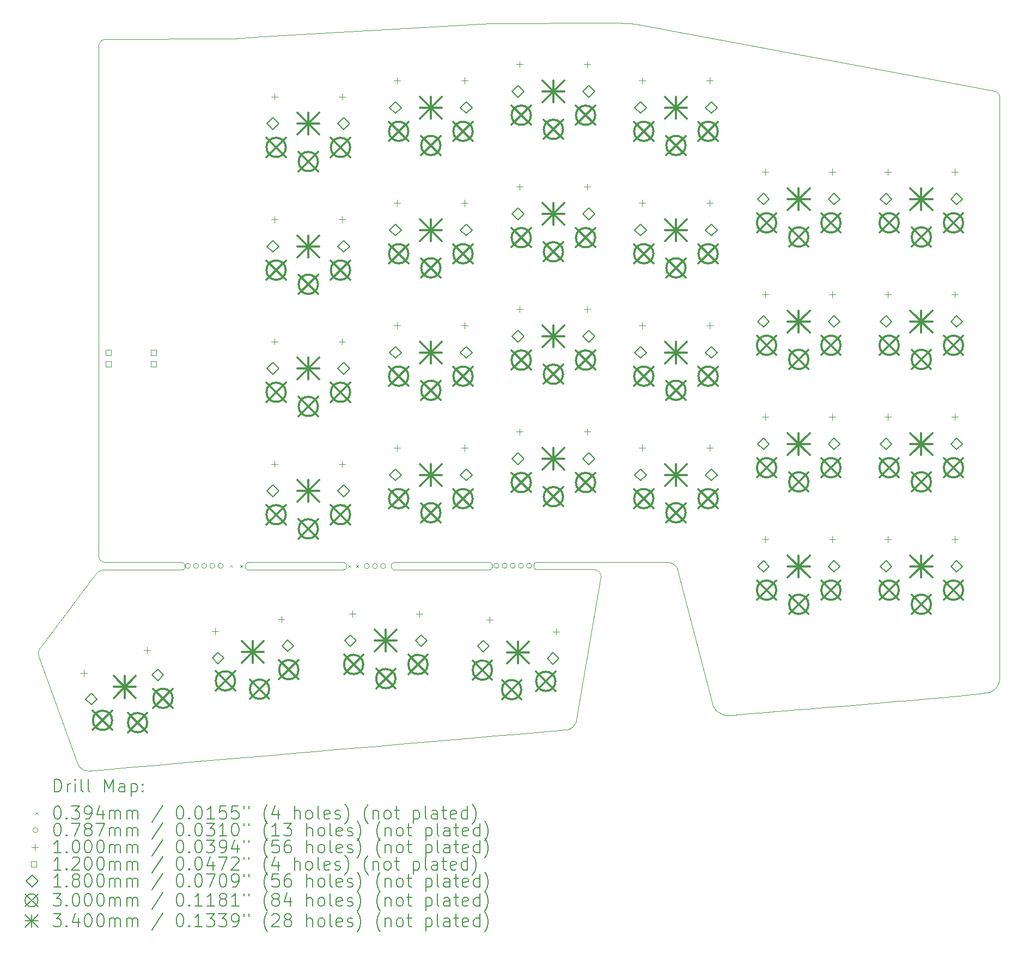
<source format=gbr>
%FSLAX45Y45*%
G04 Gerber Fmt 4.5, Leading zero omitted, Abs format (unit mm)*
G04 Created by KiCad (PCBNEW (6.0.0)) date 2023-02-15 17:26:18*
%MOMM*%
%LPD*%
G01*
G04 APERTURE LIST*
%ADD10C,0.090000*%
%ADD11C,0.200000*%
%ADD12C,0.039370*%
%ADD13C,0.078740*%
%ADD14C,0.100000*%
%ADD15C,0.120000*%
%ADD16C,0.180000*%
%ADD17C,0.300000*%
%ADD18C,0.340000*%
G04 APERTURE END LIST*
D10*
X16221835Y-14280678D02*
X16601778Y-12049359D01*
X14787795Y-11942224D02*
X13468405Y-11942224D01*
X17139058Y-3452870D02*
X17112246Y-3447931D01*
X7863472Y-13287610D02*
X8477306Y-14973887D01*
X17112246Y-3447931D02*
X17078028Y-3441581D01*
X10134655Y-11883553D02*
X10134004Y-11895853D01*
X10132092Y-11906387D01*
X10128981Y-11915287D01*
X10122203Y-11925870D01*
X10113075Y-11933534D01*
X10101809Y-11938734D01*
X10088612Y-11941922D01*
X10078845Y-11943153D01*
X10068376Y-11943827D01*
X10057265Y-11944077D01*
X10045576Y-11944037D01*
X10033370Y-11943842D01*
X10020710Y-11943627D01*
X10007656Y-11943525D01*
X8678388Y-15069138D02*
X8726590Y-15064874D01*
X8811885Y-15057416D01*
X8931741Y-15046981D01*
X9083625Y-15033788D01*
X9265004Y-15018056D01*
X9473344Y-15000002D01*
X9706114Y-14979846D01*
X9960779Y-14957805D01*
X10234808Y-14934098D01*
X10525667Y-14908943D01*
X10830823Y-14882559D01*
X11147743Y-14855165D01*
X11473894Y-14826977D01*
X11806745Y-14798216D01*
X12143760Y-14769099D01*
X12482408Y-14739845D01*
X12820156Y-14710671D01*
X13154471Y-14681797D01*
X13482819Y-14653441D01*
X13802668Y-14625821D01*
X14111486Y-14599156D01*
X14406738Y-14573664D01*
X14685892Y-14549563D01*
X14946416Y-14527071D01*
X15185775Y-14506408D01*
X15401438Y-14487792D01*
X15590872Y-14471440D01*
X15751543Y-14457572D01*
X15880918Y-14446405D01*
X15976465Y-14438159D01*
X16035651Y-14433051D01*
X16055942Y-14431299D01*
X17078028Y-3441581D02*
X17064314Y-3440339D01*
X17039551Y-3439256D01*
X17004491Y-3438322D01*
X16959888Y-3437530D01*
X16906495Y-3436872D01*
X16845065Y-3436341D01*
X16776351Y-3435929D01*
X16701106Y-3435628D01*
X16620084Y-3435431D01*
X16534038Y-3435329D01*
X16443721Y-3435314D01*
X16349885Y-3435380D01*
X16253286Y-3435519D01*
X16154674Y-3435721D01*
X16054804Y-3435981D01*
X15954430Y-3436290D01*
X15854303Y-3436640D01*
X15755177Y-3437023D01*
X15657806Y-3437433D01*
X15562943Y-3437861D01*
X15471340Y-3438298D01*
X15383751Y-3438739D01*
X15300930Y-3439174D01*
X15223628Y-3439597D01*
X15152601Y-3439998D01*
X15088600Y-3440372D01*
X15032378Y-3440709D01*
X14984690Y-3441002D01*
X14946288Y-3441244D01*
X14917926Y-3441426D01*
X14900356Y-3441541D01*
X14894332Y-3441581D01*
X22613110Y-13853422D02*
X22630203Y-13848676D01*
X22646200Y-13843253D01*
X22661139Y-13837204D01*
X22675054Y-13830586D01*
X22687983Y-13823452D01*
X22699961Y-13815857D01*
X22711025Y-13807856D01*
X22721211Y-13799502D01*
X22730556Y-13790849D01*
X22739095Y-13781954D01*
X22746864Y-13772869D01*
X22753901Y-13763649D01*
X22760241Y-13754349D01*
X22765921Y-13745023D01*
X22770976Y-13735725D01*
X22775444Y-13726509D01*
X22779360Y-13717431D01*
X22782761Y-13708545D01*
X22785682Y-13699904D01*
X22790232Y-13683578D01*
X22793301Y-13668888D01*
X22795179Y-13656270D01*
X22796155Y-13646158D01*
X22796563Y-13636641D01*
X22796555Y-13634699D01*
X11200749Y-11942224D02*
X11187695Y-11942325D01*
X11175035Y-11942541D01*
X11162829Y-11942735D01*
X11151139Y-11942775D01*
X11140029Y-11942525D01*
X11129559Y-11941851D01*
X11119793Y-11940620D01*
X11110791Y-11938696D01*
X11098857Y-11934217D01*
X11088994Y-11927425D01*
X11081409Y-11917865D01*
X11076313Y-11905085D01*
X11074401Y-11894552D01*
X11073750Y-11882251D01*
X12520138Y-11942224D02*
X11200749Y-11942224D01*
X22796555Y-4581053D02*
X22795643Y-4567854D01*
X22793068Y-4555993D01*
X22789067Y-4545404D01*
X22783877Y-4536019D01*
X22777736Y-4527770D01*
X22770882Y-4520592D01*
X22763552Y-4514416D01*
X22755985Y-4509175D01*
X22744709Y-4502920D01*
X22734235Y-4498392D01*
X22725365Y-4495364D01*
X22716327Y-4493035D01*
X22715416Y-4492858D01*
X10007656Y-11943525D02*
X8858306Y-11943525D01*
X22796555Y-13634699D02*
X22796555Y-13608937D01*
X22796555Y-13533836D01*
X22796555Y-13412670D01*
X22796555Y-13248714D01*
X22796555Y-13045242D01*
X22796555Y-12805530D01*
X22796555Y-12532853D01*
X22796555Y-12230485D01*
X22796555Y-11901701D01*
X22796555Y-11549776D01*
X22796555Y-11177985D01*
X22796555Y-10789603D01*
X22796555Y-10387904D01*
X22796555Y-9976164D01*
X22796555Y-9557657D01*
X22796555Y-9135658D01*
X22796555Y-8713442D01*
X22796555Y-8294283D01*
X22796555Y-7881458D01*
X22796555Y-7478240D01*
X22796555Y-7087904D01*
X22796555Y-6713725D01*
X22796555Y-6358979D01*
X22796555Y-6026939D01*
X22796555Y-5720882D01*
X22796555Y-5444080D01*
X22796555Y-5199811D01*
X22796555Y-4991347D01*
X22796555Y-4821965D01*
X22796555Y-4694938D01*
X22796555Y-4613543D01*
X22796555Y-4581053D01*
X16601778Y-12049359D02*
X16601207Y-12037626D01*
X16599531Y-12026277D01*
X16596801Y-12015361D01*
X16593068Y-12004931D01*
X16588385Y-11995038D01*
X16582802Y-11985735D01*
X16576371Y-11977072D01*
X16569145Y-11969102D01*
X16561175Y-11961876D01*
X16552512Y-11955445D01*
X16543209Y-11949862D01*
X16533316Y-11945179D01*
X16522886Y-11941446D01*
X16511970Y-11938716D01*
X16500621Y-11937040D01*
X16488888Y-11936469D01*
X16220778Y-14285971D02*
X16221835Y-14280678D01*
X14787795Y-11825807D02*
X14800848Y-11825666D01*
X14813509Y-11825339D01*
X14825715Y-11824970D01*
X14837404Y-11824705D01*
X14848515Y-11824688D01*
X14858984Y-11825063D01*
X14868751Y-11825976D01*
X14877753Y-11827571D01*
X14889686Y-11831559D01*
X14899550Y-11837896D01*
X14907134Y-11847069D01*
X14912231Y-11859568D01*
X14914143Y-11869990D01*
X14914794Y-11882251D01*
X8477306Y-14973887D02*
X8482166Y-14984042D01*
X8488814Y-14994968D01*
X8495069Y-15003618D01*
X8502913Y-15012955D01*
X8512460Y-15022628D01*
X8523824Y-15032290D01*
X8537117Y-15041590D01*
X8552454Y-15050180D01*
X8560924Y-15054100D01*
X8569947Y-15057711D01*
X8579537Y-15060971D01*
X8589709Y-15063834D01*
X8600477Y-15066259D01*
X8611855Y-15068200D01*
X8623856Y-15069615D01*
X8636496Y-15070460D01*
X8649789Y-15070691D01*
X8663748Y-15070265D01*
X8678388Y-15069138D01*
X18344519Y-14062443D02*
X18353691Y-14076266D01*
X18363063Y-14089181D01*
X18372602Y-14101220D01*
X18382276Y-14112412D01*
X18392053Y-14122789D01*
X18401900Y-14132382D01*
X18411786Y-14141220D01*
X18421679Y-14149335D01*
X18431545Y-14156758D01*
X18441354Y-14163519D01*
X18451072Y-14169649D01*
X18460668Y-14175179D01*
X18470109Y-14180139D01*
X18479364Y-14184561D01*
X18488400Y-14188474D01*
X18497185Y-14191911D01*
X18505686Y-14194901D01*
X18521711Y-14199664D01*
X18536217Y-14203011D01*
X18548948Y-14205186D01*
X18559644Y-14206437D01*
X18571313Y-14207116D01*
X18577353Y-14207081D01*
X22715416Y-4492858D02*
X17139058Y-3452870D01*
X8752472Y-12007025D02*
X8742725Y-12019981D01*
X8731017Y-12035544D01*
X8715176Y-12056600D01*
X8695518Y-12082728D01*
X8672361Y-12113507D01*
X8646022Y-12148514D01*
X8616818Y-12187328D01*
X8585066Y-12229526D01*
X8551085Y-12274687D01*
X8515189Y-12322390D01*
X8477698Y-12372212D01*
X8438928Y-12423732D01*
X8399195Y-12476527D01*
X8358818Y-12530176D01*
X8318114Y-12584258D01*
X8277399Y-12638350D01*
X8236991Y-12692030D01*
X8197207Y-12744877D01*
X8158365Y-12796469D01*
X8120780Y-12846384D01*
X8084771Y-12894201D01*
X8050655Y-12939497D01*
X8018749Y-12981850D01*
X7989369Y-13020839D01*
X7962834Y-13056043D01*
X7939460Y-13087039D01*
X7919564Y-13113405D01*
X7903465Y-13134720D01*
X7891478Y-13150561D01*
X7883920Y-13160508D01*
X7881111Y-13164138D01*
X14894332Y-3441581D02*
X11206664Y-3655364D01*
X17628360Y-11823582D02*
X17638758Y-11823855D01*
X17648786Y-11824652D01*
X17658448Y-11825937D01*
X17667745Y-11827675D01*
X17676680Y-11829832D01*
X17693476Y-11835262D01*
X17708856Y-11841947D01*
X17722840Y-11849609D01*
X17735450Y-11857969D01*
X17746706Y-11866747D01*
X17756629Y-11875665D01*
X17765240Y-11884444D01*
X17772558Y-11892803D01*
X17778605Y-11900466D01*
X17785337Y-11910040D01*
X17790057Y-11917761D01*
X17790639Y-11918831D01*
X18577353Y-14207081D02*
X18588388Y-14206201D01*
X18620579Y-14203630D01*
X18672551Y-14199473D01*
X18742931Y-14193831D01*
X18830348Y-14186809D01*
X18933428Y-14178511D01*
X19050797Y-14169039D01*
X19181083Y-14158497D01*
X19322913Y-14146988D01*
X19474914Y-14134616D01*
X19635712Y-14121485D01*
X19803935Y-14107697D01*
X19978210Y-14093356D01*
X20157163Y-14078567D01*
X20339422Y-14063431D01*
X20523613Y-14048052D01*
X20708364Y-14032535D01*
X20892301Y-14016982D01*
X21074052Y-14001496D01*
X21252243Y-13986182D01*
X21425502Y-13971143D01*
X21592455Y-13956482D01*
X21751729Y-13942302D01*
X21901952Y-13928707D01*
X22041750Y-13915801D01*
X22169750Y-13903686D01*
X22284580Y-13892467D01*
X22384865Y-13882247D01*
X22469234Y-13873129D01*
X22536313Y-13865216D01*
X22584729Y-13858613D01*
X22613110Y-13853422D01*
X10840498Y-3677048D02*
X8917859Y-3684103D01*
X16488888Y-11936469D02*
X15683143Y-11936469D01*
X8791277Y-9280406D02*
X8791277Y-11714220D01*
X11206664Y-3655364D02*
X11195070Y-3656333D01*
X11181522Y-3657442D01*
X11163645Y-3658878D01*
X11153280Y-3659698D01*
X11142068Y-3660574D01*
X11130089Y-3661498D01*
X11117421Y-3662461D01*
X11104143Y-3663456D01*
X11090333Y-3664473D01*
X11076070Y-3665504D01*
X11061432Y-3666542D01*
X11046499Y-3667576D01*
X11031349Y-3668600D01*
X11016060Y-3669604D01*
X11000712Y-3670580D01*
X10985383Y-3671520D01*
X10970151Y-3672415D01*
X10955095Y-3673257D01*
X10940294Y-3674037D01*
X10925826Y-3674748D01*
X10911771Y-3675379D01*
X10898206Y-3675924D01*
X10885211Y-3676373D01*
X10872864Y-3676719D01*
X10861244Y-3676952D01*
X10850429Y-3677065D01*
X10840498Y-3677048D01*
X11073750Y-11882251D02*
X11074401Y-11869990D01*
X11076313Y-11859568D01*
X11079423Y-11850842D01*
X11086202Y-11840614D01*
X11095329Y-11833386D01*
X11106596Y-11828669D01*
X11119793Y-11825976D01*
X11129559Y-11825063D01*
X11140029Y-11824688D01*
X11151139Y-11824705D01*
X11162829Y-11824970D01*
X11175035Y-11825339D01*
X11187695Y-11825666D01*
X11200749Y-11825807D01*
X12647138Y-11882251D02*
X12646486Y-11894552D01*
X12644574Y-11905085D01*
X12641464Y-11913985D01*
X12634685Y-11924568D01*
X12625558Y-11932233D01*
X12614291Y-11937432D01*
X12601094Y-11940620D01*
X12591328Y-11941851D01*
X12580858Y-11942525D01*
X12569748Y-11942775D01*
X12558058Y-11942735D01*
X12545852Y-11942541D01*
X12533192Y-11942325D01*
X12520138Y-11942224D01*
X15683143Y-11820053D02*
X17628360Y-11823582D01*
X10007656Y-11827109D02*
X10020710Y-11826968D01*
X10033370Y-11826641D01*
X10045576Y-11826272D01*
X10057265Y-11826007D01*
X10068376Y-11825989D01*
X10078845Y-11826365D01*
X10088612Y-11827278D01*
X10097614Y-11828873D01*
X10109547Y-11832861D01*
X10119411Y-11839197D01*
X10126996Y-11848371D01*
X10132092Y-11860870D01*
X10134004Y-11871292D01*
X10134655Y-11883553D01*
X7856416Y-13245276D02*
X7856885Y-13254536D01*
X7858146Y-13263796D01*
X7859977Y-13273057D01*
X7862156Y-13282318D01*
X7863472Y-13287610D01*
X13468405Y-11942224D02*
X13455352Y-11942325D01*
X13442691Y-11942541D01*
X13430485Y-11942735D01*
X13418796Y-11942775D01*
X13407686Y-11942525D01*
X13397216Y-11941851D01*
X13387449Y-11940620D01*
X13378447Y-11938696D01*
X13366514Y-11934217D01*
X13356650Y-11927425D01*
X13349066Y-11917865D01*
X13343969Y-11905085D01*
X13342057Y-11894552D01*
X13341406Y-11882251D01*
X8759528Y-11996442D02*
X8753579Y-12003388D01*
X8752472Y-12007025D01*
X8905653Y-3684192D02*
X8893921Y-3684762D01*
X8882571Y-3686438D01*
X8871656Y-3689169D01*
X8861225Y-3692901D01*
X8851333Y-3697585D01*
X8842029Y-3703168D01*
X8833367Y-3709598D01*
X8825396Y-3716824D01*
X8818170Y-3724795D01*
X8811740Y-3733457D01*
X8806157Y-3742761D01*
X8801473Y-3752654D01*
X8797741Y-3763084D01*
X8795010Y-3773999D01*
X8793334Y-3785349D01*
X8792764Y-3797081D01*
X8917859Y-3684103D02*
X8905653Y-3684192D01*
X17790639Y-11918831D02*
X18344519Y-14062443D01*
X14914794Y-11882251D02*
X14914143Y-11894552D01*
X14912231Y-11905085D01*
X14909120Y-11913985D01*
X14902341Y-11924568D01*
X14893214Y-11932233D01*
X14881948Y-11937432D01*
X14868751Y-11940620D01*
X14858984Y-11941851D01*
X14848515Y-11942525D01*
X14837404Y-11942775D01*
X14825715Y-11942735D01*
X14813509Y-11942541D01*
X14800848Y-11942325D01*
X14787795Y-11942224D01*
X8858306Y-11943525D02*
X8847490Y-11944974D01*
X8836895Y-11947301D01*
X8826557Y-11950453D01*
X8816509Y-11954378D01*
X8806786Y-11959024D01*
X8797425Y-11964339D01*
X8788458Y-11970269D01*
X8779922Y-11976764D01*
X8771851Y-11983770D01*
X8764280Y-11991236D01*
X8759528Y-11996442D01*
X13341406Y-11882251D02*
X13342057Y-11869990D01*
X13343969Y-11859568D01*
X13347080Y-11850842D01*
X13353859Y-11840614D01*
X13362986Y-11833386D01*
X13374252Y-11828669D01*
X13387449Y-11825976D01*
X13397216Y-11825063D01*
X13407686Y-11824688D01*
X13418796Y-11824705D01*
X13430485Y-11824970D01*
X13442691Y-11825339D01*
X13455352Y-11825666D01*
X13468405Y-11825807D01*
X15683143Y-11936469D02*
X15670089Y-11936571D01*
X15657429Y-11936786D01*
X15645223Y-11936981D01*
X15633534Y-11937021D01*
X15622423Y-11936771D01*
X15611954Y-11936098D01*
X15602187Y-11934866D01*
X15593185Y-11932942D01*
X15581252Y-11928464D01*
X15571388Y-11921672D01*
X15563803Y-11912113D01*
X15558707Y-11899333D01*
X15556795Y-11888800D01*
X15556144Y-11876499D01*
X8792764Y-3797081D02*
X8791277Y-9280406D01*
X12520138Y-11825807D02*
X12533192Y-11825666D01*
X12545852Y-11825339D01*
X12558058Y-11824970D01*
X12569748Y-11824705D01*
X12580858Y-11824688D01*
X12591328Y-11825063D01*
X12601094Y-11825976D01*
X12610096Y-11827571D01*
X12622030Y-11831559D01*
X12631893Y-11837896D01*
X12639478Y-11847069D01*
X12644574Y-11859568D01*
X12646486Y-11869990D01*
X12647138Y-11882251D01*
X8904166Y-11827109D02*
X10007656Y-11827109D01*
X8791277Y-11714220D02*
X8791847Y-11725952D01*
X8793523Y-11737302D01*
X8796253Y-11748218D01*
X8799986Y-11758648D01*
X8804670Y-11768540D01*
X8810253Y-11777844D01*
X8816683Y-11786507D01*
X8823909Y-11794477D01*
X8831879Y-11801703D01*
X8840542Y-11808133D01*
X8849846Y-11813716D01*
X8859738Y-11818400D01*
X8870168Y-11822133D01*
X8881084Y-11824863D01*
X8892434Y-11826539D01*
X8904166Y-11827109D01*
X13468405Y-11825807D02*
X14787795Y-11825807D01*
X15556144Y-11876499D02*
X15556795Y-11864238D01*
X15558707Y-11853816D01*
X15561818Y-11845090D01*
X15568596Y-11834862D01*
X15577724Y-11827633D01*
X15588990Y-11822916D01*
X15602187Y-11820222D01*
X15611954Y-11819309D01*
X15622423Y-11818934D01*
X15633534Y-11818951D01*
X15645223Y-11819216D01*
X15657429Y-11819585D01*
X15670089Y-11819912D01*
X15683143Y-11820053D01*
X7881111Y-13164138D02*
X7874985Y-13173556D01*
X7869811Y-13183264D01*
X7865545Y-13193220D01*
X7862149Y-13203384D01*
X7859578Y-13213712D01*
X7857794Y-13224165D01*
X7856753Y-13234700D01*
X7856416Y-13245276D01*
X11200749Y-11825807D02*
X12520138Y-11825807D01*
X16055942Y-14431299D02*
X16068433Y-14429677D01*
X16082309Y-14426745D01*
X16093598Y-14423594D01*
X16106118Y-14419278D01*
X16119525Y-14413618D01*
X16133475Y-14406435D01*
X16147627Y-14397551D01*
X16161635Y-14386786D01*
X16168478Y-14380642D01*
X16175156Y-14373961D01*
X16181628Y-14366721D01*
X16187848Y-14358898D01*
X16193776Y-14350472D01*
X16199367Y-14341419D01*
X16204579Y-14331716D01*
X16209369Y-14321343D01*
X16213695Y-14310276D01*
X16217512Y-14298492D01*
X16220778Y-14285971D01*
D11*
D12*
X10841227Y-11862579D02*
X10880597Y-11901949D01*
X10880597Y-11862579D02*
X10841227Y-11901949D01*
X10994227Y-11865579D02*
X11033597Y-11904949D01*
X11033597Y-11865579D02*
X10994227Y-11904949D01*
X12677227Y-11864579D02*
X12716597Y-11903949D01*
X12716597Y-11864579D02*
X12677227Y-11903949D01*
X12797227Y-11865179D02*
X12836597Y-11904549D01*
X12836597Y-11865179D02*
X12797227Y-11904549D01*
D13*
X10222282Y-11879864D02*
G75*
G03*
X10222282Y-11879864I-39370J0D01*
G01*
X10349282Y-11879864D02*
G75*
G03*
X10349282Y-11879864I-39370J0D01*
G01*
X10476282Y-11879864D02*
G75*
G03*
X10476282Y-11879864I-39370J0D01*
G01*
X10603282Y-11879864D02*
G75*
G03*
X10603282Y-11879864I-39370J0D01*
G01*
X10730282Y-11879864D02*
G75*
G03*
X10730282Y-11879864I-39370J0D01*
G01*
X13004282Y-11883864D02*
G75*
G03*
X13004282Y-11883864I-39370J0D01*
G01*
X13131282Y-11883864D02*
G75*
G03*
X13131282Y-11883864I-39370J0D01*
G01*
X13258282Y-11883864D02*
G75*
G03*
X13258282Y-11883864I-39370J0D01*
G01*
X15018282Y-11878864D02*
G75*
G03*
X15018282Y-11878864I-39370J0D01*
G01*
X15145282Y-11878864D02*
G75*
G03*
X15145282Y-11878864I-39370J0D01*
G01*
X15272282Y-11878864D02*
G75*
G03*
X15272282Y-11878864I-39370J0D01*
G01*
X15399282Y-11878864D02*
G75*
G03*
X15399282Y-11878864I-39370J0D01*
G01*
X15526282Y-11878864D02*
G75*
G03*
X15526282Y-11878864I-39370J0D01*
G01*
D14*
X8565565Y-13499738D02*
X8565565Y-13599738D01*
X8515565Y-13549738D02*
X8615565Y-13549738D01*
X9546604Y-13142669D02*
X9546604Y-13242669D01*
X9496604Y-13192669D02*
X9596604Y-13192669D01*
X10607910Y-12846289D02*
X10607910Y-12946289D01*
X10557910Y-12896289D02*
X10657910Y-12896289D01*
X11533000Y-4530000D02*
X11533000Y-4630000D01*
X11483000Y-4580000D02*
X11583000Y-4580000D01*
X11533000Y-6440000D02*
X11533000Y-6540000D01*
X11483000Y-6490000D02*
X11583000Y-6490000D01*
X11533000Y-8340000D02*
X11533000Y-8440000D01*
X11483000Y-8390000D02*
X11583000Y-8390000D01*
X11533000Y-10245000D02*
X11533000Y-10345000D01*
X11483000Y-10295000D02*
X11583000Y-10295000D01*
X11636049Y-12665000D02*
X11636049Y-12765000D01*
X11586049Y-12715000D02*
X11686049Y-12715000D01*
X12577000Y-4530000D02*
X12577000Y-4630000D01*
X12527000Y-4580000D02*
X12627000Y-4580000D01*
X12577000Y-6440000D02*
X12577000Y-6540000D01*
X12527000Y-6490000D02*
X12627000Y-6490000D01*
X12577000Y-8340000D02*
X12577000Y-8440000D01*
X12527000Y-8390000D02*
X12627000Y-8390000D01*
X12577000Y-10245000D02*
X12577000Y-10345000D01*
X12527000Y-10295000D02*
X12627000Y-10295000D01*
X12737912Y-12575264D02*
X12737912Y-12675264D01*
X12687912Y-12625264D02*
X12787912Y-12625264D01*
X13438000Y-4280000D02*
X13438000Y-4380000D01*
X13388000Y-4330000D02*
X13488000Y-4330000D01*
X13438000Y-6185000D02*
X13438000Y-6285000D01*
X13388000Y-6235000D02*
X13488000Y-6235000D01*
X13438000Y-8090000D02*
X13438000Y-8190000D01*
X13388000Y-8140000D02*
X13488000Y-8140000D01*
X13438000Y-9995000D02*
X13438000Y-10095000D01*
X13388000Y-10045000D02*
X13488000Y-10045000D01*
X13781912Y-12575264D02*
X13781912Y-12675264D01*
X13731912Y-12625264D02*
X13831912Y-12625264D01*
X14482000Y-4280000D02*
X14482000Y-4380000D01*
X14432000Y-4330000D02*
X14532000Y-4330000D01*
X14482000Y-6185000D02*
X14482000Y-6285000D01*
X14432000Y-6235000D02*
X14532000Y-6235000D01*
X14482000Y-8090000D02*
X14482000Y-8190000D01*
X14432000Y-8140000D02*
X14532000Y-8140000D01*
X14482000Y-9995000D02*
X14482000Y-10095000D01*
X14432000Y-10045000D02*
X14532000Y-10045000D01*
X14876775Y-12672000D02*
X14876775Y-12772000D01*
X14826775Y-12722000D02*
X14926775Y-12722000D01*
X15343000Y-4030000D02*
X15343000Y-4130000D01*
X15293000Y-4080000D02*
X15393000Y-4080000D01*
X15343000Y-5935000D02*
X15343000Y-6035000D01*
X15293000Y-5985000D02*
X15393000Y-5985000D01*
X15343000Y-7840000D02*
X15343000Y-7940000D01*
X15293000Y-7890000D02*
X15393000Y-7890000D01*
X15343000Y-9745000D02*
X15343000Y-9845000D01*
X15293000Y-9795000D02*
X15393000Y-9795000D01*
X15904914Y-12853289D02*
X15904914Y-12953289D01*
X15854914Y-12903289D02*
X15954914Y-12903289D01*
X16387000Y-4030000D02*
X16387000Y-4130000D01*
X16337000Y-4080000D02*
X16437000Y-4080000D01*
X16387000Y-5935000D02*
X16387000Y-6035000D01*
X16337000Y-5985000D02*
X16437000Y-5985000D01*
X16387000Y-7840000D02*
X16387000Y-7940000D01*
X16337000Y-7890000D02*
X16437000Y-7890000D01*
X16387000Y-9745000D02*
X16387000Y-9845000D01*
X16337000Y-9795000D02*
X16437000Y-9795000D01*
X17248000Y-4280000D02*
X17248000Y-4380000D01*
X17198000Y-4330000D02*
X17298000Y-4330000D01*
X17248000Y-6185000D02*
X17248000Y-6285000D01*
X17198000Y-6235000D02*
X17298000Y-6235000D01*
X17248000Y-8090000D02*
X17248000Y-8190000D01*
X17198000Y-8140000D02*
X17298000Y-8140000D01*
X17248000Y-9995000D02*
X17248000Y-10095000D01*
X17198000Y-10045000D02*
X17298000Y-10045000D01*
X18292000Y-4280000D02*
X18292000Y-4380000D01*
X18242000Y-4330000D02*
X18342000Y-4330000D01*
X18292000Y-6185000D02*
X18292000Y-6285000D01*
X18242000Y-6235000D02*
X18342000Y-6235000D01*
X18292000Y-8090000D02*
X18292000Y-8190000D01*
X18242000Y-8140000D02*
X18342000Y-8140000D01*
X18292000Y-9995000D02*
X18292000Y-10095000D01*
X18242000Y-10045000D02*
X18342000Y-10045000D01*
X19156912Y-5704264D02*
X19156912Y-5804264D01*
X19106912Y-5754264D02*
X19206912Y-5754264D01*
X19156912Y-7609264D02*
X19156912Y-7709264D01*
X19106912Y-7659264D02*
X19206912Y-7659264D01*
X19156912Y-9514264D02*
X19156912Y-9614264D01*
X19106912Y-9564264D02*
X19206912Y-9564264D01*
X19156912Y-11419264D02*
X19156912Y-11519264D01*
X19106912Y-11469264D02*
X19206912Y-11469264D01*
X20200912Y-5704264D02*
X20200912Y-5804264D01*
X20150912Y-5754264D02*
X20250912Y-5754264D01*
X20200912Y-7609264D02*
X20200912Y-7709264D01*
X20150912Y-7659264D02*
X20250912Y-7659264D01*
X20200912Y-9514264D02*
X20200912Y-9614264D01*
X20150912Y-9564264D02*
X20250912Y-9564264D01*
X20200912Y-11419264D02*
X20200912Y-11519264D01*
X20150912Y-11469264D02*
X20250912Y-11469264D01*
X21061912Y-5704264D02*
X21061912Y-5804264D01*
X21011912Y-5754264D02*
X21111912Y-5754264D01*
X21061912Y-7609264D02*
X21061912Y-7709264D01*
X21011912Y-7659264D02*
X21111912Y-7659264D01*
X21061912Y-9514264D02*
X21061912Y-9614264D01*
X21011912Y-9564264D02*
X21111912Y-9564264D01*
X21061912Y-11419264D02*
X21061912Y-11519264D01*
X21011912Y-11469264D02*
X21111912Y-11469264D01*
X22105912Y-5704264D02*
X22105912Y-5804264D01*
X22055912Y-5754264D02*
X22155912Y-5754264D01*
X22105912Y-7609264D02*
X22105912Y-7709264D01*
X22055912Y-7659264D02*
X22155912Y-7659264D01*
X22105912Y-9514264D02*
X22105912Y-9614264D01*
X22055912Y-9564264D02*
X22155912Y-9564264D01*
X22105912Y-11419264D02*
X22105912Y-11519264D01*
X22055912Y-11469264D02*
X22155912Y-11469264D01*
D15*
X8992427Y-8607427D02*
X8992427Y-8522573D01*
X8907573Y-8522573D01*
X8907573Y-8607427D01*
X8992427Y-8607427D01*
X8992427Y-8782427D02*
X8992427Y-8697573D01*
X8907573Y-8697573D01*
X8907573Y-8782427D01*
X8992427Y-8782427D01*
X9692427Y-8607427D02*
X9692427Y-8522573D01*
X9607573Y-8522573D01*
X9607573Y-8607427D01*
X9692427Y-8607427D01*
X9692427Y-8782427D02*
X9692427Y-8697573D01*
X9607573Y-8697573D01*
X9607573Y-8782427D01*
X9692427Y-8782427D01*
D16*
X8682902Y-14043986D02*
X8772902Y-13953986D01*
X8682902Y-13863986D01*
X8592902Y-13953986D01*
X8682902Y-14043986D01*
X9716564Y-13667764D02*
X9806564Y-13577764D01*
X9716564Y-13487764D01*
X9626564Y-13577764D01*
X9716564Y-13667764D01*
X10653268Y-13404770D02*
X10743268Y-13314770D01*
X10653268Y-13224770D01*
X10563268Y-13314770D01*
X10653268Y-13404770D01*
X11505000Y-5090000D02*
X11595000Y-5000000D01*
X11505000Y-4910000D01*
X11415000Y-5000000D01*
X11505000Y-5090000D01*
X11505000Y-7000000D02*
X11595000Y-6910000D01*
X11505000Y-6820000D01*
X11415000Y-6910000D01*
X11505000Y-7000000D01*
X11505000Y-8900000D02*
X11595000Y-8810000D01*
X11505000Y-8720000D01*
X11415000Y-8810000D01*
X11505000Y-8900000D01*
X11505000Y-10805000D02*
X11595000Y-10715000D01*
X11505000Y-10625000D01*
X11415000Y-10715000D01*
X11505000Y-10805000D01*
X11736556Y-13213757D02*
X11826556Y-13123757D01*
X11736556Y-13033757D01*
X11646556Y-13123757D01*
X11736556Y-13213757D01*
X12605000Y-5090000D02*
X12695000Y-5000000D01*
X12605000Y-4910000D01*
X12515000Y-5000000D01*
X12605000Y-5090000D01*
X12605000Y-7000000D02*
X12695000Y-6910000D01*
X12605000Y-6820000D01*
X12515000Y-6910000D01*
X12605000Y-7000000D01*
X12605000Y-8900000D02*
X12695000Y-8810000D01*
X12605000Y-8720000D01*
X12515000Y-8810000D01*
X12605000Y-8900000D01*
X12605000Y-10805000D02*
X12695000Y-10715000D01*
X12605000Y-10625000D01*
X12515000Y-10715000D01*
X12605000Y-10805000D01*
X12709912Y-13135264D02*
X12799912Y-13045264D01*
X12709912Y-12955264D01*
X12619912Y-13045264D01*
X12709912Y-13135264D01*
X13410000Y-4840000D02*
X13500000Y-4750000D01*
X13410000Y-4660000D01*
X13320000Y-4750000D01*
X13410000Y-4840000D01*
X13410000Y-6745000D02*
X13500000Y-6655000D01*
X13410000Y-6565000D01*
X13320000Y-6655000D01*
X13410000Y-6745000D01*
X13410000Y-8650000D02*
X13500000Y-8560000D01*
X13410000Y-8470000D01*
X13320000Y-8560000D01*
X13410000Y-8650000D01*
X13410000Y-10555000D02*
X13500000Y-10465000D01*
X13410000Y-10375000D01*
X13320000Y-10465000D01*
X13410000Y-10555000D01*
X13809912Y-13135264D02*
X13899912Y-13045264D01*
X13809912Y-12955264D01*
X13719912Y-13045264D01*
X13809912Y-13135264D01*
X14510000Y-4840000D02*
X14600000Y-4750000D01*
X14510000Y-4660000D01*
X14420000Y-4750000D01*
X14510000Y-4840000D01*
X14510000Y-6745000D02*
X14600000Y-6655000D01*
X14510000Y-6565000D01*
X14420000Y-6655000D01*
X14510000Y-6745000D01*
X14510000Y-8650000D02*
X14600000Y-8560000D01*
X14510000Y-8470000D01*
X14420000Y-8560000D01*
X14510000Y-8650000D01*
X14510000Y-10555000D02*
X14600000Y-10465000D01*
X14510000Y-10375000D01*
X14420000Y-10465000D01*
X14510000Y-10555000D01*
X14776268Y-13220757D02*
X14866268Y-13130757D01*
X14776268Y-13040757D01*
X14686268Y-13130757D01*
X14776268Y-13220757D01*
X15315000Y-4590000D02*
X15405000Y-4500000D01*
X15315000Y-4410000D01*
X15225000Y-4500000D01*
X15315000Y-4590000D01*
X15315000Y-6495000D02*
X15405000Y-6405000D01*
X15315000Y-6315000D01*
X15225000Y-6405000D01*
X15315000Y-6495000D01*
X15315000Y-8400000D02*
X15405000Y-8310000D01*
X15315000Y-8220000D01*
X15225000Y-8310000D01*
X15315000Y-8400000D01*
X15315000Y-10305000D02*
X15405000Y-10215000D01*
X15315000Y-10125000D01*
X15225000Y-10215000D01*
X15315000Y-10305000D01*
X15859556Y-13411770D02*
X15949556Y-13321770D01*
X15859556Y-13231770D01*
X15769556Y-13321770D01*
X15859556Y-13411770D01*
X16415000Y-4590000D02*
X16505000Y-4500000D01*
X16415000Y-4410000D01*
X16325000Y-4500000D01*
X16415000Y-4590000D01*
X16415000Y-6495000D02*
X16505000Y-6405000D01*
X16415000Y-6315000D01*
X16325000Y-6405000D01*
X16415000Y-6495000D01*
X16415000Y-8400000D02*
X16505000Y-8310000D01*
X16415000Y-8220000D01*
X16325000Y-8310000D01*
X16415000Y-8400000D01*
X16415000Y-10305000D02*
X16505000Y-10215000D01*
X16415000Y-10125000D01*
X16325000Y-10215000D01*
X16415000Y-10305000D01*
X17220000Y-4840000D02*
X17310000Y-4750000D01*
X17220000Y-4660000D01*
X17130000Y-4750000D01*
X17220000Y-4840000D01*
X17220000Y-6745000D02*
X17310000Y-6655000D01*
X17220000Y-6565000D01*
X17130000Y-6655000D01*
X17220000Y-6745000D01*
X17220000Y-8650000D02*
X17310000Y-8560000D01*
X17220000Y-8470000D01*
X17130000Y-8560000D01*
X17220000Y-8650000D01*
X17220000Y-10555000D02*
X17310000Y-10465000D01*
X17220000Y-10375000D01*
X17130000Y-10465000D01*
X17220000Y-10555000D01*
X18320000Y-4840000D02*
X18410000Y-4750000D01*
X18320000Y-4660000D01*
X18230000Y-4750000D01*
X18320000Y-4840000D01*
X18320000Y-6745000D02*
X18410000Y-6655000D01*
X18320000Y-6565000D01*
X18230000Y-6655000D01*
X18320000Y-6745000D01*
X18320000Y-8650000D02*
X18410000Y-8560000D01*
X18320000Y-8470000D01*
X18230000Y-8560000D01*
X18320000Y-8650000D01*
X18320000Y-10555000D02*
X18410000Y-10465000D01*
X18320000Y-10375000D01*
X18230000Y-10465000D01*
X18320000Y-10555000D01*
X19128912Y-6264264D02*
X19218912Y-6174264D01*
X19128912Y-6084264D01*
X19038912Y-6174264D01*
X19128912Y-6264264D01*
X19128912Y-8169264D02*
X19218912Y-8079264D01*
X19128912Y-7989264D01*
X19038912Y-8079264D01*
X19128912Y-8169264D01*
X19128912Y-10074264D02*
X19218912Y-9984264D01*
X19128912Y-9894264D01*
X19038912Y-9984264D01*
X19128912Y-10074264D01*
X19128912Y-11979264D02*
X19218912Y-11889264D01*
X19128912Y-11799264D01*
X19038912Y-11889264D01*
X19128912Y-11979264D01*
X20228912Y-6264264D02*
X20318912Y-6174264D01*
X20228912Y-6084264D01*
X20138912Y-6174264D01*
X20228912Y-6264264D01*
X20228912Y-8169264D02*
X20318912Y-8079264D01*
X20228912Y-7989264D01*
X20138912Y-8079264D01*
X20228912Y-8169264D01*
X20228912Y-10074264D02*
X20318912Y-9984264D01*
X20228912Y-9894264D01*
X20138912Y-9984264D01*
X20228912Y-10074264D01*
X20228912Y-11979264D02*
X20318912Y-11889264D01*
X20228912Y-11799264D01*
X20138912Y-11889264D01*
X20228912Y-11979264D01*
X21033912Y-6264264D02*
X21123912Y-6174264D01*
X21033912Y-6084264D01*
X20943912Y-6174264D01*
X21033912Y-6264264D01*
X21033912Y-8169264D02*
X21123912Y-8079264D01*
X21033912Y-7989264D01*
X20943912Y-8079264D01*
X21033912Y-8169264D01*
X21033912Y-10074264D02*
X21123912Y-9984264D01*
X21033912Y-9894264D01*
X20943912Y-9984264D01*
X21033912Y-10074264D01*
X21033912Y-11979264D02*
X21123912Y-11889264D01*
X21033912Y-11799264D01*
X20943912Y-11889264D01*
X21033912Y-11979264D01*
X22133912Y-6264264D02*
X22223912Y-6174264D01*
X22133912Y-6084264D01*
X22043912Y-6174264D01*
X22133912Y-6264264D01*
X22133912Y-8169264D02*
X22223912Y-8079264D01*
X22133912Y-7989264D01*
X22043912Y-8079264D01*
X22133912Y-8169264D01*
X22133912Y-10074264D02*
X22223912Y-9984264D01*
X22133912Y-9894264D01*
X22043912Y-9984264D01*
X22133912Y-10074264D01*
X22133912Y-11979264D02*
X22223912Y-11889264D01*
X22133912Y-11799264D01*
X22043912Y-11889264D01*
X22133912Y-11979264D01*
D17*
X8706434Y-14134571D02*
X9006434Y-14434571D01*
X9006434Y-14134571D02*
X8706434Y-14434571D01*
X9006434Y-14284571D02*
G75*
G03*
X9006434Y-14284571I-150000J0D01*
G01*
X9251525Y-14170293D02*
X9551525Y-14470293D01*
X9551525Y-14170293D02*
X9251525Y-14470293D01*
X9551525Y-14320293D02*
G75*
G03*
X9551525Y-14320293I-150000J0D01*
G01*
X9646127Y-13792551D02*
X9946127Y-14092551D01*
X9946127Y-13792551D02*
X9646127Y-14092551D01*
X9946127Y-13942551D02*
G75*
G03*
X9946127Y-13942551I-150000J0D01*
G01*
X10616758Y-13520467D02*
X10916758Y-13820467D01*
X10916758Y-13520467D02*
X10616758Y-13820467D01*
X10916758Y-13670467D02*
G75*
G03*
X10916758Y-13670467I-150000J0D01*
G01*
X11147364Y-13650301D02*
X11447364Y-13950301D01*
X11447364Y-13650301D02*
X11147364Y-13950301D01*
X11447364Y-13800301D02*
G75*
G03*
X11447364Y-13800301I-150000J0D01*
G01*
X11405000Y-5220000D02*
X11705000Y-5520000D01*
X11705000Y-5220000D02*
X11405000Y-5520000D01*
X11705000Y-5370000D02*
G75*
G03*
X11705000Y-5370000I-150000J0D01*
G01*
X11405000Y-7130000D02*
X11705000Y-7430000D01*
X11705000Y-7130000D02*
X11405000Y-7430000D01*
X11705000Y-7280000D02*
G75*
G03*
X11705000Y-7280000I-150000J0D01*
G01*
X11405000Y-9030000D02*
X11705000Y-9330000D01*
X11705000Y-9030000D02*
X11405000Y-9330000D01*
X11705000Y-9180000D02*
G75*
G03*
X11705000Y-9180000I-150000J0D01*
G01*
X11405000Y-10935000D02*
X11705000Y-11235000D01*
X11705000Y-10935000D02*
X11405000Y-11235000D01*
X11705000Y-11085000D02*
G75*
G03*
X11705000Y-11085000I-150000J0D01*
G01*
X11601566Y-13346819D02*
X11901566Y-13646819D01*
X11901566Y-13346819D02*
X11601566Y-13646819D01*
X11901566Y-13496819D02*
G75*
G03*
X11901566Y-13496819I-150000J0D01*
G01*
X11905000Y-5440000D02*
X12205000Y-5740000D01*
X12205000Y-5440000D02*
X11905000Y-5740000D01*
X12205000Y-5590000D02*
G75*
G03*
X12205000Y-5590000I-150000J0D01*
G01*
X11905000Y-7350000D02*
X12205000Y-7650000D01*
X12205000Y-7350000D02*
X11905000Y-7650000D01*
X12205000Y-7500000D02*
G75*
G03*
X12205000Y-7500000I-150000J0D01*
G01*
X11905000Y-9250000D02*
X12205000Y-9550000D01*
X12205000Y-9250000D02*
X11905000Y-9550000D01*
X12205000Y-9400000D02*
G75*
G03*
X12205000Y-9400000I-150000J0D01*
G01*
X11905000Y-11155000D02*
X12205000Y-11455000D01*
X12205000Y-11155000D02*
X11905000Y-11455000D01*
X12205000Y-11305000D02*
G75*
G03*
X12205000Y-11305000I-150000J0D01*
G01*
X12405000Y-5220000D02*
X12705000Y-5520000D01*
X12705000Y-5220000D02*
X12405000Y-5520000D01*
X12705000Y-5370000D02*
G75*
G03*
X12705000Y-5370000I-150000J0D01*
G01*
X12405000Y-7130000D02*
X12705000Y-7430000D01*
X12705000Y-7130000D02*
X12405000Y-7430000D01*
X12705000Y-7280000D02*
G75*
G03*
X12705000Y-7280000I-150000J0D01*
G01*
X12405000Y-9030000D02*
X12705000Y-9330000D01*
X12705000Y-9030000D02*
X12405000Y-9330000D01*
X12705000Y-9180000D02*
G75*
G03*
X12705000Y-9180000I-150000J0D01*
G01*
X12405000Y-10935000D02*
X12705000Y-11235000D01*
X12705000Y-10935000D02*
X12405000Y-11235000D01*
X12705000Y-11085000D02*
G75*
G03*
X12705000Y-11085000I-150000J0D01*
G01*
X12609912Y-13265264D02*
X12909912Y-13565264D01*
X12909912Y-13265264D02*
X12609912Y-13565264D01*
X12909912Y-13415264D02*
G75*
G03*
X12909912Y-13415264I-150000J0D01*
G01*
X13109912Y-13485264D02*
X13409912Y-13785264D01*
X13409912Y-13485264D02*
X13109912Y-13785264D01*
X13409912Y-13635264D02*
G75*
G03*
X13409912Y-13635264I-150000J0D01*
G01*
X13310000Y-4970000D02*
X13610000Y-5270000D01*
X13610000Y-4970000D02*
X13310000Y-5270000D01*
X13610000Y-5120000D02*
G75*
G03*
X13610000Y-5120000I-150000J0D01*
G01*
X13310000Y-6875000D02*
X13610000Y-7175000D01*
X13610000Y-6875000D02*
X13310000Y-7175000D01*
X13610000Y-7025000D02*
G75*
G03*
X13610000Y-7025000I-150000J0D01*
G01*
X13310000Y-8780000D02*
X13610000Y-9080000D01*
X13610000Y-8780000D02*
X13310000Y-9080000D01*
X13610000Y-8930000D02*
G75*
G03*
X13610000Y-8930000I-150000J0D01*
G01*
X13310000Y-10685000D02*
X13610000Y-10985000D01*
X13610000Y-10685000D02*
X13310000Y-10985000D01*
X13610000Y-10835000D02*
G75*
G03*
X13610000Y-10835000I-150000J0D01*
G01*
X13609912Y-13265264D02*
X13909912Y-13565264D01*
X13909912Y-13265264D02*
X13609912Y-13565264D01*
X13909912Y-13415264D02*
G75*
G03*
X13909912Y-13415264I-150000J0D01*
G01*
X13810000Y-5190000D02*
X14110000Y-5490000D01*
X14110000Y-5190000D02*
X13810000Y-5490000D01*
X14110000Y-5340000D02*
G75*
G03*
X14110000Y-5340000I-150000J0D01*
G01*
X13810000Y-7095000D02*
X14110000Y-7395000D01*
X14110000Y-7095000D02*
X13810000Y-7395000D01*
X14110000Y-7245000D02*
G75*
G03*
X14110000Y-7245000I-150000J0D01*
G01*
X13810000Y-9000000D02*
X14110000Y-9300000D01*
X14110000Y-9000000D02*
X13810000Y-9300000D01*
X14110000Y-9150000D02*
G75*
G03*
X14110000Y-9150000I-150000J0D01*
G01*
X13810000Y-10905000D02*
X14110000Y-11205000D01*
X14110000Y-10905000D02*
X13810000Y-11205000D01*
X14110000Y-11055000D02*
G75*
G03*
X14110000Y-11055000I-150000J0D01*
G01*
X14310000Y-4970000D02*
X14610000Y-5270000D01*
X14610000Y-4970000D02*
X14310000Y-5270000D01*
X14610000Y-5120000D02*
G75*
G03*
X14610000Y-5120000I-150000J0D01*
G01*
X14310000Y-6875000D02*
X14610000Y-7175000D01*
X14610000Y-6875000D02*
X14310000Y-7175000D01*
X14610000Y-7025000D02*
G75*
G03*
X14610000Y-7025000I-150000J0D01*
G01*
X14310000Y-8780000D02*
X14610000Y-9080000D01*
X14610000Y-8780000D02*
X14310000Y-9080000D01*
X14610000Y-8930000D02*
G75*
G03*
X14610000Y-8930000I-150000J0D01*
G01*
X14310000Y-10685000D02*
X14610000Y-10985000D01*
X14610000Y-10685000D02*
X14310000Y-10985000D01*
X14610000Y-10835000D02*
G75*
G03*
X14610000Y-10835000I-150000J0D01*
G01*
X14611258Y-13353819D02*
X14911258Y-13653819D01*
X14911258Y-13353819D02*
X14611258Y-13653819D01*
X14911258Y-13503819D02*
G75*
G03*
X14911258Y-13503819I-150000J0D01*
G01*
X15065460Y-13657301D02*
X15365460Y-13957301D01*
X15365460Y-13657301D02*
X15065460Y-13957301D01*
X15365460Y-13807301D02*
G75*
G03*
X15365460Y-13807301I-150000J0D01*
G01*
X15215000Y-4720000D02*
X15515000Y-5020000D01*
X15515000Y-4720000D02*
X15215000Y-5020000D01*
X15515000Y-4870000D02*
G75*
G03*
X15515000Y-4870000I-150000J0D01*
G01*
X15215000Y-6625000D02*
X15515000Y-6925000D01*
X15515000Y-6625000D02*
X15215000Y-6925000D01*
X15515000Y-6775000D02*
G75*
G03*
X15515000Y-6775000I-150000J0D01*
G01*
X15215000Y-8530000D02*
X15515000Y-8830000D01*
X15515000Y-8530000D02*
X15215000Y-8830000D01*
X15515000Y-8680000D02*
G75*
G03*
X15515000Y-8680000I-150000J0D01*
G01*
X15215000Y-10435000D02*
X15515000Y-10735000D01*
X15515000Y-10435000D02*
X15215000Y-10735000D01*
X15515000Y-10585000D02*
G75*
G03*
X15515000Y-10585000I-150000J0D01*
G01*
X15596066Y-13527467D02*
X15896066Y-13827467D01*
X15896066Y-13527467D02*
X15596066Y-13827467D01*
X15896066Y-13677467D02*
G75*
G03*
X15896066Y-13677467I-150000J0D01*
G01*
X15715000Y-4940000D02*
X16015000Y-5240000D01*
X16015000Y-4940000D02*
X15715000Y-5240000D01*
X16015000Y-5090000D02*
G75*
G03*
X16015000Y-5090000I-150000J0D01*
G01*
X15715000Y-6845000D02*
X16015000Y-7145000D01*
X16015000Y-6845000D02*
X15715000Y-7145000D01*
X16015000Y-6995000D02*
G75*
G03*
X16015000Y-6995000I-150000J0D01*
G01*
X15715000Y-8750000D02*
X16015000Y-9050000D01*
X16015000Y-8750000D02*
X15715000Y-9050000D01*
X16015000Y-8900000D02*
G75*
G03*
X16015000Y-8900000I-150000J0D01*
G01*
X15715000Y-10655000D02*
X16015000Y-10955000D01*
X16015000Y-10655000D02*
X15715000Y-10955000D01*
X16015000Y-10805000D02*
G75*
G03*
X16015000Y-10805000I-150000J0D01*
G01*
X16215000Y-4720000D02*
X16515000Y-5020000D01*
X16515000Y-4720000D02*
X16215000Y-5020000D01*
X16515000Y-4870000D02*
G75*
G03*
X16515000Y-4870000I-150000J0D01*
G01*
X16215000Y-6625000D02*
X16515000Y-6925000D01*
X16515000Y-6625000D02*
X16215000Y-6925000D01*
X16515000Y-6775000D02*
G75*
G03*
X16515000Y-6775000I-150000J0D01*
G01*
X16215000Y-8530000D02*
X16515000Y-8830000D01*
X16515000Y-8530000D02*
X16215000Y-8830000D01*
X16515000Y-8680000D02*
G75*
G03*
X16515000Y-8680000I-150000J0D01*
G01*
X16215000Y-10435000D02*
X16515000Y-10735000D01*
X16515000Y-10435000D02*
X16215000Y-10735000D01*
X16515000Y-10585000D02*
G75*
G03*
X16515000Y-10585000I-150000J0D01*
G01*
X17120000Y-4970000D02*
X17420000Y-5270000D01*
X17420000Y-4970000D02*
X17120000Y-5270000D01*
X17420000Y-5120000D02*
G75*
G03*
X17420000Y-5120000I-150000J0D01*
G01*
X17120000Y-6875000D02*
X17420000Y-7175000D01*
X17420000Y-6875000D02*
X17120000Y-7175000D01*
X17420000Y-7025000D02*
G75*
G03*
X17420000Y-7025000I-150000J0D01*
G01*
X17120000Y-8780000D02*
X17420000Y-9080000D01*
X17420000Y-8780000D02*
X17120000Y-9080000D01*
X17420000Y-8930000D02*
G75*
G03*
X17420000Y-8930000I-150000J0D01*
G01*
X17120000Y-10685000D02*
X17420000Y-10985000D01*
X17420000Y-10685000D02*
X17120000Y-10985000D01*
X17420000Y-10835000D02*
G75*
G03*
X17420000Y-10835000I-150000J0D01*
G01*
X17620000Y-5190000D02*
X17920000Y-5490000D01*
X17920000Y-5190000D02*
X17620000Y-5490000D01*
X17920000Y-5340000D02*
G75*
G03*
X17920000Y-5340000I-150000J0D01*
G01*
X17620000Y-7095000D02*
X17920000Y-7395000D01*
X17920000Y-7095000D02*
X17620000Y-7395000D01*
X17920000Y-7245000D02*
G75*
G03*
X17920000Y-7245000I-150000J0D01*
G01*
X17620000Y-9000000D02*
X17920000Y-9300000D01*
X17920000Y-9000000D02*
X17620000Y-9300000D01*
X17920000Y-9150000D02*
G75*
G03*
X17920000Y-9150000I-150000J0D01*
G01*
X17620000Y-10905000D02*
X17920000Y-11205000D01*
X17920000Y-10905000D02*
X17620000Y-11205000D01*
X17920000Y-11055000D02*
G75*
G03*
X17920000Y-11055000I-150000J0D01*
G01*
X18120000Y-4970000D02*
X18420000Y-5270000D01*
X18420000Y-4970000D02*
X18120000Y-5270000D01*
X18420000Y-5120000D02*
G75*
G03*
X18420000Y-5120000I-150000J0D01*
G01*
X18120000Y-6875000D02*
X18420000Y-7175000D01*
X18420000Y-6875000D02*
X18120000Y-7175000D01*
X18420000Y-7025000D02*
G75*
G03*
X18420000Y-7025000I-150000J0D01*
G01*
X18120000Y-8780000D02*
X18420000Y-9080000D01*
X18420000Y-8780000D02*
X18120000Y-9080000D01*
X18420000Y-8930000D02*
G75*
G03*
X18420000Y-8930000I-150000J0D01*
G01*
X18120000Y-10685000D02*
X18420000Y-10985000D01*
X18420000Y-10685000D02*
X18120000Y-10985000D01*
X18420000Y-10835000D02*
G75*
G03*
X18420000Y-10835000I-150000J0D01*
G01*
X19028912Y-6394264D02*
X19328912Y-6694264D01*
X19328912Y-6394264D02*
X19028912Y-6694264D01*
X19328912Y-6544264D02*
G75*
G03*
X19328912Y-6544264I-150000J0D01*
G01*
X19028912Y-8299264D02*
X19328912Y-8599264D01*
X19328912Y-8299264D02*
X19028912Y-8599264D01*
X19328912Y-8449264D02*
G75*
G03*
X19328912Y-8449264I-150000J0D01*
G01*
X19028912Y-10204264D02*
X19328912Y-10504264D01*
X19328912Y-10204264D02*
X19028912Y-10504264D01*
X19328912Y-10354264D02*
G75*
G03*
X19328912Y-10354264I-150000J0D01*
G01*
X19028912Y-12109264D02*
X19328912Y-12409264D01*
X19328912Y-12109264D02*
X19028912Y-12409264D01*
X19328912Y-12259264D02*
G75*
G03*
X19328912Y-12259264I-150000J0D01*
G01*
X19528912Y-6614264D02*
X19828912Y-6914264D01*
X19828912Y-6614264D02*
X19528912Y-6914264D01*
X19828912Y-6764264D02*
G75*
G03*
X19828912Y-6764264I-150000J0D01*
G01*
X19528912Y-8519264D02*
X19828912Y-8819264D01*
X19828912Y-8519264D02*
X19528912Y-8819264D01*
X19828912Y-8669264D02*
G75*
G03*
X19828912Y-8669264I-150000J0D01*
G01*
X19528912Y-10424264D02*
X19828912Y-10724264D01*
X19828912Y-10424264D02*
X19528912Y-10724264D01*
X19828912Y-10574264D02*
G75*
G03*
X19828912Y-10574264I-150000J0D01*
G01*
X19528912Y-12329264D02*
X19828912Y-12629264D01*
X19828912Y-12329264D02*
X19528912Y-12629264D01*
X19828912Y-12479264D02*
G75*
G03*
X19828912Y-12479264I-150000J0D01*
G01*
X20028912Y-6394264D02*
X20328912Y-6694264D01*
X20328912Y-6394264D02*
X20028912Y-6694264D01*
X20328912Y-6544264D02*
G75*
G03*
X20328912Y-6544264I-150000J0D01*
G01*
X20028912Y-8299264D02*
X20328912Y-8599264D01*
X20328912Y-8299264D02*
X20028912Y-8599264D01*
X20328912Y-8449264D02*
G75*
G03*
X20328912Y-8449264I-150000J0D01*
G01*
X20028912Y-10204264D02*
X20328912Y-10504264D01*
X20328912Y-10204264D02*
X20028912Y-10504264D01*
X20328912Y-10354264D02*
G75*
G03*
X20328912Y-10354264I-150000J0D01*
G01*
X20028912Y-12109264D02*
X20328912Y-12409264D01*
X20328912Y-12109264D02*
X20028912Y-12409264D01*
X20328912Y-12259264D02*
G75*
G03*
X20328912Y-12259264I-150000J0D01*
G01*
X20933912Y-6394264D02*
X21233912Y-6694264D01*
X21233912Y-6394264D02*
X20933912Y-6694264D01*
X21233912Y-6544264D02*
G75*
G03*
X21233912Y-6544264I-150000J0D01*
G01*
X20933912Y-8299264D02*
X21233912Y-8599264D01*
X21233912Y-8299264D02*
X20933912Y-8599264D01*
X21233912Y-8449264D02*
G75*
G03*
X21233912Y-8449264I-150000J0D01*
G01*
X20933912Y-10204264D02*
X21233912Y-10504264D01*
X21233912Y-10204264D02*
X20933912Y-10504264D01*
X21233912Y-10354264D02*
G75*
G03*
X21233912Y-10354264I-150000J0D01*
G01*
X20933912Y-12109264D02*
X21233912Y-12409264D01*
X21233912Y-12109264D02*
X20933912Y-12409264D01*
X21233912Y-12259264D02*
G75*
G03*
X21233912Y-12259264I-150000J0D01*
G01*
X21433912Y-6614264D02*
X21733912Y-6914264D01*
X21733912Y-6614264D02*
X21433912Y-6914264D01*
X21733912Y-6764264D02*
G75*
G03*
X21733912Y-6764264I-150000J0D01*
G01*
X21433912Y-8519264D02*
X21733912Y-8819264D01*
X21733912Y-8519264D02*
X21433912Y-8819264D01*
X21733912Y-8669264D02*
G75*
G03*
X21733912Y-8669264I-150000J0D01*
G01*
X21433912Y-10424264D02*
X21733912Y-10724264D01*
X21733912Y-10424264D02*
X21433912Y-10724264D01*
X21733912Y-10574264D02*
G75*
G03*
X21733912Y-10574264I-150000J0D01*
G01*
X21433912Y-12329264D02*
X21733912Y-12629264D01*
X21733912Y-12329264D02*
X21433912Y-12629264D01*
X21733912Y-12479264D02*
G75*
G03*
X21733912Y-12479264I-150000J0D01*
G01*
X21933912Y-6394264D02*
X22233912Y-6694264D01*
X22233912Y-6394264D02*
X21933912Y-6694264D01*
X22233912Y-6544264D02*
G75*
G03*
X22233912Y-6544264I-150000J0D01*
G01*
X21933912Y-8299264D02*
X22233912Y-8599264D01*
X22233912Y-8299264D02*
X21933912Y-8599264D01*
X22233912Y-8449264D02*
G75*
G03*
X22233912Y-8449264I-150000J0D01*
G01*
X21933912Y-10204264D02*
X22233912Y-10504264D01*
X22233912Y-10204264D02*
X21933912Y-10504264D01*
X22233912Y-10354264D02*
G75*
G03*
X22233912Y-10354264I-150000J0D01*
G01*
X21933912Y-12109264D02*
X22233912Y-12409264D01*
X22233912Y-12109264D02*
X21933912Y-12409264D01*
X22233912Y-12259264D02*
G75*
G03*
X22233912Y-12259264I-150000J0D01*
G01*
D18*
X9029733Y-13595875D02*
X9369733Y-13935875D01*
X9369733Y-13595875D02*
X9029733Y-13935875D01*
X9199733Y-13595875D02*
X9199733Y-13935875D01*
X9029733Y-13765875D02*
X9369733Y-13765875D01*
X11024912Y-13049264D02*
X11364912Y-13389264D01*
X11364912Y-13049264D02*
X11024912Y-13389264D01*
X11194912Y-13049264D02*
X11194912Y-13389264D01*
X11024912Y-13219264D02*
X11364912Y-13219264D01*
X11885000Y-4830000D02*
X12225000Y-5170000D01*
X12225000Y-4830000D02*
X11885000Y-5170000D01*
X12055000Y-4830000D02*
X12055000Y-5170000D01*
X11885000Y-5000000D02*
X12225000Y-5000000D01*
X11885000Y-6740000D02*
X12225000Y-7080000D01*
X12225000Y-6740000D02*
X11885000Y-7080000D01*
X12055000Y-6740000D02*
X12055000Y-7080000D01*
X11885000Y-6910000D02*
X12225000Y-6910000D01*
X11885000Y-8640000D02*
X12225000Y-8980000D01*
X12225000Y-8640000D02*
X11885000Y-8980000D01*
X12055000Y-8640000D02*
X12055000Y-8980000D01*
X11885000Y-8810000D02*
X12225000Y-8810000D01*
X11885000Y-10545000D02*
X12225000Y-10885000D01*
X12225000Y-10545000D02*
X11885000Y-10885000D01*
X12055000Y-10545000D02*
X12055000Y-10885000D01*
X11885000Y-10715000D02*
X12225000Y-10715000D01*
X13089912Y-12875264D02*
X13429912Y-13215264D01*
X13429912Y-12875264D02*
X13089912Y-13215264D01*
X13259912Y-12875264D02*
X13259912Y-13215264D01*
X13089912Y-13045264D02*
X13429912Y-13045264D01*
X13790000Y-4580000D02*
X14130000Y-4920000D01*
X14130000Y-4580000D02*
X13790000Y-4920000D01*
X13960000Y-4580000D02*
X13960000Y-4920000D01*
X13790000Y-4750000D02*
X14130000Y-4750000D01*
X13790000Y-6485000D02*
X14130000Y-6825000D01*
X14130000Y-6485000D02*
X13790000Y-6825000D01*
X13960000Y-6485000D02*
X13960000Y-6825000D01*
X13790000Y-6655000D02*
X14130000Y-6655000D01*
X13790000Y-8390000D02*
X14130000Y-8730000D01*
X14130000Y-8390000D02*
X13790000Y-8730000D01*
X13960000Y-8390000D02*
X13960000Y-8730000D01*
X13790000Y-8560000D02*
X14130000Y-8560000D01*
X13790000Y-10295000D02*
X14130000Y-10635000D01*
X14130000Y-10295000D02*
X13790000Y-10635000D01*
X13960000Y-10295000D02*
X13960000Y-10635000D01*
X13790000Y-10465000D02*
X14130000Y-10465000D01*
X15147912Y-13056264D02*
X15487912Y-13396264D01*
X15487912Y-13056264D02*
X15147912Y-13396264D01*
X15317912Y-13056264D02*
X15317912Y-13396264D01*
X15147912Y-13226264D02*
X15487912Y-13226264D01*
X15695000Y-4330000D02*
X16035000Y-4670000D01*
X16035000Y-4330000D02*
X15695000Y-4670000D01*
X15865000Y-4330000D02*
X15865000Y-4670000D01*
X15695000Y-4500000D02*
X16035000Y-4500000D01*
X15695000Y-6235000D02*
X16035000Y-6575000D01*
X16035000Y-6235000D02*
X15695000Y-6575000D01*
X15865000Y-6235000D02*
X15865000Y-6575000D01*
X15695000Y-6405000D02*
X16035000Y-6405000D01*
X15695000Y-8140000D02*
X16035000Y-8480000D01*
X16035000Y-8140000D02*
X15695000Y-8480000D01*
X15865000Y-8140000D02*
X15865000Y-8480000D01*
X15695000Y-8310000D02*
X16035000Y-8310000D01*
X15695000Y-10045000D02*
X16035000Y-10385000D01*
X16035000Y-10045000D02*
X15695000Y-10385000D01*
X15865000Y-10045000D02*
X15865000Y-10385000D01*
X15695000Y-10215000D02*
X16035000Y-10215000D01*
X17600000Y-4580000D02*
X17940000Y-4920000D01*
X17940000Y-4580000D02*
X17600000Y-4920000D01*
X17770000Y-4580000D02*
X17770000Y-4920000D01*
X17600000Y-4750000D02*
X17940000Y-4750000D01*
X17600000Y-6485000D02*
X17940000Y-6825000D01*
X17940000Y-6485000D02*
X17600000Y-6825000D01*
X17770000Y-6485000D02*
X17770000Y-6825000D01*
X17600000Y-6655000D02*
X17940000Y-6655000D01*
X17600000Y-8390000D02*
X17940000Y-8730000D01*
X17940000Y-8390000D02*
X17600000Y-8730000D01*
X17770000Y-8390000D02*
X17770000Y-8730000D01*
X17600000Y-8560000D02*
X17940000Y-8560000D01*
X17600000Y-10295000D02*
X17940000Y-10635000D01*
X17940000Y-10295000D02*
X17600000Y-10635000D01*
X17770000Y-10295000D02*
X17770000Y-10635000D01*
X17600000Y-10465000D02*
X17940000Y-10465000D01*
X19508912Y-6004264D02*
X19848912Y-6344264D01*
X19848912Y-6004264D02*
X19508912Y-6344264D01*
X19678912Y-6004264D02*
X19678912Y-6344264D01*
X19508912Y-6174264D02*
X19848912Y-6174264D01*
X19508912Y-7909264D02*
X19848912Y-8249264D01*
X19848912Y-7909264D02*
X19508912Y-8249264D01*
X19678912Y-7909264D02*
X19678912Y-8249264D01*
X19508912Y-8079264D02*
X19848912Y-8079264D01*
X19508912Y-9814264D02*
X19848912Y-10154264D01*
X19848912Y-9814264D02*
X19508912Y-10154264D01*
X19678912Y-9814264D02*
X19678912Y-10154264D01*
X19508912Y-9984264D02*
X19848912Y-9984264D01*
X19508912Y-11719264D02*
X19848912Y-12059264D01*
X19848912Y-11719264D02*
X19508912Y-12059264D01*
X19678912Y-11719264D02*
X19678912Y-12059264D01*
X19508912Y-11889264D02*
X19848912Y-11889264D01*
X21413912Y-6004264D02*
X21753912Y-6344264D01*
X21753912Y-6004264D02*
X21413912Y-6344264D01*
X21583912Y-6004264D02*
X21583912Y-6344264D01*
X21413912Y-6174264D02*
X21753912Y-6174264D01*
X21413912Y-7909264D02*
X21753912Y-8249264D01*
X21753912Y-7909264D02*
X21413912Y-8249264D01*
X21583912Y-7909264D02*
X21583912Y-8249264D01*
X21413912Y-8079264D02*
X21753912Y-8079264D01*
X21413912Y-9814264D02*
X21753912Y-10154264D01*
X21753912Y-9814264D02*
X21413912Y-10154264D01*
X21583912Y-9814264D02*
X21583912Y-10154264D01*
X21413912Y-9984264D02*
X21753912Y-9984264D01*
X21413912Y-11719264D02*
X21753912Y-12059264D01*
X21753912Y-11719264D02*
X21413912Y-12059264D01*
X21583912Y-11719264D02*
X21583912Y-12059264D01*
X21413912Y-11889264D02*
X21753912Y-11889264D01*
D11*
X8109535Y-15400033D02*
X8109535Y-15200033D01*
X8157154Y-15200033D01*
X8185725Y-15209557D01*
X8204773Y-15228604D01*
X8214297Y-15247652D01*
X8223820Y-15285747D01*
X8223820Y-15314319D01*
X8214297Y-15352414D01*
X8204773Y-15371461D01*
X8185725Y-15390509D01*
X8157154Y-15400033D01*
X8109535Y-15400033D01*
X8309535Y-15400033D02*
X8309535Y-15266700D01*
X8309535Y-15304795D02*
X8319059Y-15285747D01*
X8328582Y-15276223D01*
X8347630Y-15266700D01*
X8366678Y-15266700D01*
X8433344Y-15400033D02*
X8433344Y-15266700D01*
X8433344Y-15200033D02*
X8423821Y-15209557D01*
X8433344Y-15219081D01*
X8442868Y-15209557D01*
X8433344Y-15200033D01*
X8433344Y-15219081D01*
X8557154Y-15400033D02*
X8538106Y-15390509D01*
X8528582Y-15371461D01*
X8528582Y-15200033D01*
X8661916Y-15400033D02*
X8642868Y-15390509D01*
X8633344Y-15371461D01*
X8633344Y-15200033D01*
X8890487Y-15400033D02*
X8890487Y-15200033D01*
X8957154Y-15342890D01*
X9023821Y-15200033D01*
X9023821Y-15400033D01*
X9204773Y-15400033D02*
X9204773Y-15295271D01*
X9195249Y-15276223D01*
X9176202Y-15266700D01*
X9138106Y-15266700D01*
X9119059Y-15276223D01*
X9204773Y-15390509D02*
X9185725Y-15400033D01*
X9138106Y-15400033D01*
X9119059Y-15390509D01*
X9109535Y-15371461D01*
X9109535Y-15352414D01*
X9119059Y-15333366D01*
X9138106Y-15323842D01*
X9185725Y-15323842D01*
X9204773Y-15314319D01*
X9300011Y-15266700D02*
X9300011Y-15466700D01*
X9300011Y-15276223D02*
X9319059Y-15266700D01*
X9357154Y-15266700D01*
X9376202Y-15276223D01*
X9385725Y-15285747D01*
X9395249Y-15304795D01*
X9395249Y-15361938D01*
X9385725Y-15380985D01*
X9376202Y-15390509D01*
X9357154Y-15400033D01*
X9319059Y-15400033D01*
X9300011Y-15390509D01*
X9480963Y-15380985D02*
X9490487Y-15390509D01*
X9480963Y-15400033D01*
X9471440Y-15390509D01*
X9480963Y-15380985D01*
X9480963Y-15400033D01*
X9480963Y-15276223D02*
X9490487Y-15285747D01*
X9480963Y-15295271D01*
X9471440Y-15285747D01*
X9480963Y-15276223D01*
X9480963Y-15295271D01*
D12*
X7812546Y-15709872D02*
X7851916Y-15749242D01*
X7851916Y-15709872D02*
X7812546Y-15749242D01*
D11*
X8147630Y-15620033D02*
X8166678Y-15620033D01*
X8185725Y-15629557D01*
X8195249Y-15639081D01*
X8204773Y-15658128D01*
X8214297Y-15696223D01*
X8214297Y-15743842D01*
X8204773Y-15781938D01*
X8195249Y-15800985D01*
X8185725Y-15810509D01*
X8166678Y-15820033D01*
X8147630Y-15820033D01*
X8128582Y-15810509D01*
X8119059Y-15800985D01*
X8109535Y-15781938D01*
X8100011Y-15743842D01*
X8100011Y-15696223D01*
X8109535Y-15658128D01*
X8119059Y-15639081D01*
X8128582Y-15629557D01*
X8147630Y-15620033D01*
X8300011Y-15800985D02*
X8309535Y-15810509D01*
X8300011Y-15820033D01*
X8290487Y-15810509D01*
X8300011Y-15800985D01*
X8300011Y-15820033D01*
X8376201Y-15620033D02*
X8500011Y-15620033D01*
X8433344Y-15696223D01*
X8461916Y-15696223D01*
X8480963Y-15705747D01*
X8490487Y-15715271D01*
X8500011Y-15734319D01*
X8500011Y-15781938D01*
X8490487Y-15800985D01*
X8480963Y-15810509D01*
X8461916Y-15820033D01*
X8404773Y-15820033D01*
X8385725Y-15810509D01*
X8376201Y-15800985D01*
X8595249Y-15820033D02*
X8633344Y-15820033D01*
X8652392Y-15810509D01*
X8661916Y-15800985D01*
X8680963Y-15772414D01*
X8690487Y-15734319D01*
X8690487Y-15658128D01*
X8680963Y-15639081D01*
X8671440Y-15629557D01*
X8652392Y-15620033D01*
X8614297Y-15620033D01*
X8595249Y-15629557D01*
X8585725Y-15639081D01*
X8576202Y-15658128D01*
X8576202Y-15705747D01*
X8585725Y-15724795D01*
X8595249Y-15734319D01*
X8614297Y-15743842D01*
X8652392Y-15743842D01*
X8671440Y-15734319D01*
X8680963Y-15724795D01*
X8690487Y-15705747D01*
X8861916Y-15686700D02*
X8861916Y-15820033D01*
X8814297Y-15610509D02*
X8766678Y-15753366D01*
X8890487Y-15753366D01*
X8966678Y-15820033D02*
X8966678Y-15686700D01*
X8966678Y-15705747D02*
X8976202Y-15696223D01*
X8995249Y-15686700D01*
X9023821Y-15686700D01*
X9042868Y-15696223D01*
X9052392Y-15715271D01*
X9052392Y-15820033D01*
X9052392Y-15715271D02*
X9061916Y-15696223D01*
X9080963Y-15686700D01*
X9109535Y-15686700D01*
X9128582Y-15696223D01*
X9138106Y-15715271D01*
X9138106Y-15820033D01*
X9233344Y-15820033D02*
X9233344Y-15686700D01*
X9233344Y-15705747D02*
X9242868Y-15696223D01*
X9261916Y-15686700D01*
X9290487Y-15686700D01*
X9309535Y-15696223D01*
X9319059Y-15715271D01*
X9319059Y-15820033D01*
X9319059Y-15715271D02*
X9328582Y-15696223D01*
X9347630Y-15686700D01*
X9376202Y-15686700D01*
X9395249Y-15696223D01*
X9404773Y-15715271D01*
X9404773Y-15820033D01*
X9795249Y-15610509D02*
X9623821Y-15867652D01*
X10052392Y-15620033D02*
X10071440Y-15620033D01*
X10090487Y-15629557D01*
X10100011Y-15639081D01*
X10109535Y-15658128D01*
X10119059Y-15696223D01*
X10119059Y-15743842D01*
X10109535Y-15781938D01*
X10100011Y-15800985D01*
X10090487Y-15810509D01*
X10071440Y-15820033D01*
X10052392Y-15820033D01*
X10033344Y-15810509D01*
X10023821Y-15800985D01*
X10014297Y-15781938D01*
X10004773Y-15743842D01*
X10004773Y-15696223D01*
X10014297Y-15658128D01*
X10023821Y-15639081D01*
X10033344Y-15629557D01*
X10052392Y-15620033D01*
X10204773Y-15800985D02*
X10214297Y-15810509D01*
X10204773Y-15820033D01*
X10195249Y-15810509D01*
X10204773Y-15800985D01*
X10204773Y-15820033D01*
X10338106Y-15620033D02*
X10357154Y-15620033D01*
X10376202Y-15629557D01*
X10385725Y-15639081D01*
X10395249Y-15658128D01*
X10404773Y-15696223D01*
X10404773Y-15743842D01*
X10395249Y-15781938D01*
X10385725Y-15800985D01*
X10376202Y-15810509D01*
X10357154Y-15820033D01*
X10338106Y-15820033D01*
X10319059Y-15810509D01*
X10309535Y-15800985D01*
X10300011Y-15781938D01*
X10290487Y-15743842D01*
X10290487Y-15696223D01*
X10300011Y-15658128D01*
X10309535Y-15639081D01*
X10319059Y-15629557D01*
X10338106Y-15620033D01*
X10595249Y-15820033D02*
X10480963Y-15820033D01*
X10538106Y-15820033D02*
X10538106Y-15620033D01*
X10519059Y-15648604D01*
X10500011Y-15667652D01*
X10480963Y-15677176D01*
X10776202Y-15620033D02*
X10680963Y-15620033D01*
X10671440Y-15715271D01*
X10680963Y-15705747D01*
X10700011Y-15696223D01*
X10747630Y-15696223D01*
X10766678Y-15705747D01*
X10776202Y-15715271D01*
X10785725Y-15734319D01*
X10785725Y-15781938D01*
X10776202Y-15800985D01*
X10766678Y-15810509D01*
X10747630Y-15820033D01*
X10700011Y-15820033D01*
X10680963Y-15810509D01*
X10671440Y-15800985D01*
X10966678Y-15620033D02*
X10871440Y-15620033D01*
X10861916Y-15715271D01*
X10871440Y-15705747D01*
X10890487Y-15696223D01*
X10938106Y-15696223D01*
X10957154Y-15705747D01*
X10966678Y-15715271D01*
X10976202Y-15734319D01*
X10976202Y-15781938D01*
X10966678Y-15800985D01*
X10957154Y-15810509D01*
X10938106Y-15820033D01*
X10890487Y-15820033D01*
X10871440Y-15810509D01*
X10861916Y-15800985D01*
X11052392Y-15620033D02*
X11052392Y-15658128D01*
X11128582Y-15620033D02*
X11128582Y-15658128D01*
X11423820Y-15896223D02*
X11414297Y-15886700D01*
X11395249Y-15858128D01*
X11385725Y-15839081D01*
X11376201Y-15810509D01*
X11366678Y-15762890D01*
X11366678Y-15724795D01*
X11376201Y-15677176D01*
X11385725Y-15648604D01*
X11395249Y-15629557D01*
X11414297Y-15600985D01*
X11423820Y-15591461D01*
X11585725Y-15686700D02*
X11585725Y-15820033D01*
X11538106Y-15610509D02*
X11490487Y-15753366D01*
X11614297Y-15753366D01*
X11842868Y-15820033D02*
X11842868Y-15620033D01*
X11928582Y-15820033D02*
X11928582Y-15715271D01*
X11919059Y-15696223D01*
X11900011Y-15686700D01*
X11871440Y-15686700D01*
X11852392Y-15696223D01*
X11842868Y-15705747D01*
X12052392Y-15820033D02*
X12033344Y-15810509D01*
X12023820Y-15800985D01*
X12014297Y-15781938D01*
X12014297Y-15724795D01*
X12023820Y-15705747D01*
X12033344Y-15696223D01*
X12052392Y-15686700D01*
X12080963Y-15686700D01*
X12100011Y-15696223D01*
X12109535Y-15705747D01*
X12119059Y-15724795D01*
X12119059Y-15781938D01*
X12109535Y-15800985D01*
X12100011Y-15810509D01*
X12080963Y-15820033D01*
X12052392Y-15820033D01*
X12233344Y-15820033D02*
X12214297Y-15810509D01*
X12204773Y-15791461D01*
X12204773Y-15620033D01*
X12385725Y-15810509D02*
X12366678Y-15820033D01*
X12328582Y-15820033D01*
X12309535Y-15810509D01*
X12300011Y-15791461D01*
X12300011Y-15715271D01*
X12309535Y-15696223D01*
X12328582Y-15686700D01*
X12366678Y-15686700D01*
X12385725Y-15696223D01*
X12395249Y-15715271D01*
X12395249Y-15734319D01*
X12300011Y-15753366D01*
X12471440Y-15810509D02*
X12490487Y-15820033D01*
X12528582Y-15820033D01*
X12547630Y-15810509D01*
X12557154Y-15791461D01*
X12557154Y-15781938D01*
X12547630Y-15762890D01*
X12528582Y-15753366D01*
X12500011Y-15753366D01*
X12480963Y-15743842D01*
X12471440Y-15724795D01*
X12471440Y-15715271D01*
X12480963Y-15696223D01*
X12500011Y-15686700D01*
X12528582Y-15686700D01*
X12547630Y-15696223D01*
X12623820Y-15896223D02*
X12633344Y-15886700D01*
X12652392Y-15858128D01*
X12661916Y-15839081D01*
X12671440Y-15810509D01*
X12680963Y-15762890D01*
X12680963Y-15724795D01*
X12671440Y-15677176D01*
X12661916Y-15648604D01*
X12652392Y-15629557D01*
X12633344Y-15600985D01*
X12623820Y-15591461D01*
X12985725Y-15896223D02*
X12976201Y-15886700D01*
X12957154Y-15858128D01*
X12947630Y-15839081D01*
X12938106Y-15810509D01*
X12928582Y-15762890D01*
X12928582Y-15724795D01*
X12938106Y-15677176D01*
X12947630Y-15648604D01*
X12957154Y-15629557D01*
X12976201Y-15600985D01*
X12985725Y-15591461D01*
X13061916Y-15686700D02*
X13061916Y-15820033D01*
X13061916Y-15705747D02*
X13071440Y-15696223D01*
X13090487Y-15686700D01*
X13119059Y-15686700D01*
X13138106Y-15696223D01*
X13147630Y-15715271D01*
X13147630Y-15820033D01*
X13271440Y-15820033D02*
X13252392Y-15810509D01*
X13242868Y-15800985D01*
X13233344Y-15781938D01*
X13233344Y-15724795D01*
X13242868Y-15705747D01*
X13252392Y-15696223D01*
X13271440Y-15686700D01*
X13300011Y-15686700D01*
X13319059Y-15696223D01*
X13328582Y-15705747D01*
X13338106Y-15724795D01*
X13338106Y-15781938D01*
X13328582Y-15800985D01*
X13319059Y-15810509D01*
X13300011Y-15820033D01*
X13271440Y-15820033D01*
X13395249Y-15686700D02*
X13471440Y-15686700D01*
X13423820Y-15620033D02*
X13423820Y-15791461D01*
X13433344Y-15810509D01*
X13452392Y-15820033D01*
X13471440Y-15820033D01*
X13690487Y-15686700D02*
X13690487Y-15886700D01*
X13690487Y-15696223D02*
X13709535Y-15686700D01*
X13747630Y-15686700D01*
X13766678Y-15696223D01*
X13776201Y-15705747D01*
X13785725Y-15724795D01*
X13785725Y-15781938D01*
X13776201Y-15800985D01*
X13766678Y-15810509D01*
X13747630Y-15820033D01*
X13709535Y-15820033D01*
X13690487Y-15810509D01*
X13900011Y-15820033D02*
X13880963Y-15810509D01*
X13871440Y-15791461D01*
X13871440Y-15620033D01*
X14061916Y-15820033D02*
X14061916Y-15715271D01*
X14052392Y-15696223D01*
X14033344Y-15686700D01*
X13995249Y-15686700D01*
X13976201Y-15696223D01*
X14061916Y-15810509D02*
X14042868Y-15820033D01*
X13995249Y-15820033D01*
X13976201Y-15810509D01*
X13966678Y-15791461D01*
X13966678Y-15772414D01*
X13976201Y-15753366D01*
X13995249Y-15743842D01*
X14042868Y-15743842D01*
X14061916Y-15734319D01*
X14128582Y-15686700D02*
X14204773Y-15686700D01*
X14157154Y-15620033D02*
X14157154Y-15791461D01*
X14166678Y-15810509D01*
X14185725Y-15820033D01*
X14204773Y-15820033D01*
X14347630Y-15810509D02*
X14328582Y-15820033D01*
X14290487Y-15820033D01*
X14271440Y-15810509D01*
X14261916Y-15791461D01*
X14261916Y-15715271D01*
X14271440Y-15696223D01*
X14290487Y-15686700D01*
X14328582Y-15686700D01*
X14347630Y-15696223D01*
X14357154Y-15715271D01*
X14357154Y-15734319D01*
X14261916Y-15753366D01*
X14528582Y-15820033D02*
X14528582Y-15620033D01*
X14528582Y-15810509D02*
X14509535Y-15820033D01*
X14471440Y-15820033D01*
X14452392Y-15810509D01*
X14442868Y-15800985D01*
X14433344Y-15781938D01*
X14433344Y-15724795D01*
X14442868Y-15705747D01*
X14452392Y-15696223D01*
X14471440Y-15686700D01*
X14509535Y-15686700D01*
X14528582Y-15696223D01*
X14604773Y-15896223D02*
X14614297Y-15886700D01*
X14633344Y-15858128D01*
X14642868Y-15839081D01*
X14652392Y-15810509D01*
X14661916Y-15762890D01*
X14661916Y-15724795D01*
X14652392Y-15677176D01*
X14642868Y-15648604D01*
X14633344Y-15629557D01*
X14614297Y-15600985D01*
X14604773Y-15591461D01*
D13*
X7851916Y-15993557D02*
G75*
G03*
X7851916Y-15993557I-39370J0D01*
G01*
D11*
X8147630Y-15884033D02*
X8166678Y-15884033D01*
X8185725Y-15893557D01*
X8195249Y-15903081D01*
X8204773Y-15922128D01*
X8214297Y-15960223D01*
X8214297Y-16007842D01*
X8204773Y-16045938D01*
X8195249Y-16064985D01*
X8185725Y-16074509D01*
X8166678Y-16084033D01*
X8147630Y-16084033D01*
X8128582Y-16074509D01*
X8119059Y-16064985D01*
X8109535Y-16045938D01*
X8100011Y-16007842D01*
X8100011Y-15960223D01*
X8109535Y-15922128D01*
X8119059Y-15903081D01*
X8128582Y-15893557D01*
X8147630Y-15884033D01*
X8300011Y-16064985D02*
X8309535Y-16074509D01*
X8300011Y-16084033D01*
X8290487Y-16074509D01*
X8300011Y-16064985D01*
X8300011Y-16084033D01*
X8376201Y-15884033D02*
X8509535Y-15884033D01*
X8423821Y-16084033D01*
X8614297Y-15969747D02*
X8595249Y-15960223D01*
X8585725Y-15950700D01*
X8576202Y-15931652D01*
X8576202Y-15922128D01*
X8585725Y-15903081D01*
X8595249Y-15893557D01*
X8614297Y-15884033D01*
X8652392Y-15884033D01*
X8671440Y-15893557D01*
X8680963Y-15903081D01*
X8690487Y-15922128D01*
X8690487Y-15931652D01*
X8680963Y-15950700D01*
X8671440Y-15960223D01*
X8652392Y-15969747D01*
X8614297Y-15969747D01*
X8595249Y-15979271D01*
X8585725Y-15988795D01*
X8576202Y-16007842D01*
X8576202Y-16045938D01*
X8585725Y-16064985D01*
X8595249Y-16074509D01*
X8614297Y-16084033D01*
X8652392Y-16084033D01*
X8671440Y-16074509D01*
X8680963Y-16064985D01*
X8690487Y-16045938D01*
X8690487Y-16007842D01*
X8680963Y-15988795D01*
X8671440Y-15979271D01*
X8652392Y-15969747D01*
X8757154Y-15884033D02*
X8890487Y-15884033D01*
X8804773Y-16084033D01*
X8966678Y-16084033D02*
X8966678Y-15950700D01*
X8966678Y-15969747D02*
X8976202Y-15960223D01*
X8995249Y-15950700D01*
X9023821Y-15950700D01*
X9042868Y-15960223D01*
X9052392Y-15979271D01*
X9052392Y-16084033D01*
X9052392Y-15979271D02*
X9061916Y-15960223D01*
X9080963Y-15950700D01*
X9109535Y-15950700D01*
X9128582Y-15960223D01*
X9138106Y-15979271D01*
X9138106Y-16084033D01*
X9233344Y-16084033D02*
X9233344Y-15950700D01*
X9233344Y-15969747D02*
X9242868Y-15960223D01*
X9261916Y-15950700D01*
X9290487Y-15950700D01*
X9309535Y-15960223D01*
X9319059Y-15979271D01*
X9319059Y-16084033D01*
X9319059Y-15979271D02*
X9328582Y-15960223D01*
X9347630Y-15950700D01*
X9376202Y-15950700D01*
X9395249Y-15960223D01*
X9404773Y-15979271D01*
X9404773Y-16084033D01*
X9795249Y-15874509D02*
X9623821Y-16131652D01*
X10052392Y-15884033D02*
X10071440Y-15884033D01*
X10090487Y-15893557D01*
X10100011Y-15903081D01*
X10109535Y-15922128D01*
X10119059Y-15960223D01*
X10119059Y-16007842D01*
X10109535Y-16045938D01*
X10100011Y-16064985D01*
X10090487Y-16074509D01*
X10071440Y-16084033D01*
X10052392Y-16084033D01*
X10033344Y-16074509D01*
X10023821Y-16064985D01*
X10014297Y-16045938D01*
X10004773Y-16007842D01*
X10004773Y-15960223D01*
X10014297Y-15922128D01*
X10023821Y-15903081D01*
X10033344Y-15893557D01*
X10052392Y-15884033D01*
X10204773Y-16064985D02*
X10214297Y-16074509D01*
X10204773Y-16084033D01*
X10195249Y-16074509D01*
X10204773Y-16064985D01*
X10204773Y-16084033D01*
X10338106Y-15884033D02*
X10357154Y-15884033D01*
X10376202Y-15893557D01*
X10385725Y-15903081D01*
X10395249Y-15922128D01*
X10404773Y-15960223D01*
X10404773Y-16007842D01*
X10395249Y-16045938D01*
X10385725Y-16064985D01*
X10376202Y-16074509D01*
X10357154Y-16084033D01*
X10338106Y-16084033D01*
X10319059Y-16074509D01*
X10309535Y-16064985D01*
X10300011Y-16045938D01*
X10290487Y-16007842D01*
X10290487Y-15960223D01*
X10300011Y-15922128D01*
X10309535Y-15903081D01*
X10319059Y-15893557D01*
X10338106Y-15884033D01*
X10471440Y-15884033D02*
X10595249Y-15884033D01*
X10528582Y-15960223D01*
X10557154Y-15960223D01*
X10576202Y-15969747D01*
X10585725Y-15979271D01*
X10595249Y-15998319D01*
X10595249Y-16045938D01*
X10585725Y-16064985D01*
X10576202Y-16074509D01*
X10557154Y-16084033D01*
X10500011Y-16084033D01*
X10480963Y-16074509D01*
X10471440Y-16064985D01*
X10785725Y-16084033D02*
X10671440Y-16084033D01*
X10728582Y-16084033D02*
X10728582Y-15884033D01*
X10709535Y-15912604D01*
X10690487Y-15931652D01*
X10671440Y-15941176D01*
X10909535Y-15884033D02*
X10928582Y-15884033D01*
X10947630Y-15893557D01*
X10957154Y-15903081D01*
X10966678Y-15922128D01*
X10976202Y-15960223D01*
X10976202Y-16007842D01*
X10966678Y-16045938D01*
X10957154Y-16064985D01*
X10947630Y-16074509D01*
X10928582Y-16084033D01*
X10909535Y-16084033D01*
X10890487Y-16074509D01*
X10880963Y-16064985D01*
X10871440Y-16045938D01*
X10861916Y-16007842D01*
X10861916Y-15960223D01*
X10871440Y-15922128D01*
X10880963Y-15903081D01*
X10890487Y-15893557D01*
X10909535Y-15884033D01*
X11052392Y-15884033D02*
X11052392Y-15922128D01*
X11128582Y-15884033D02*
X11128582Y-15922128D01*
X11423820Y-16160223D02*
X11414297Y-16150700D01*
X11395249Y-16122128D01*
X11385725Y-16103081D01*
X11376201Y-16074509D01*
X11366678Y-16026890D01*
X11366678Y-15988795D01*
X11376201Y-15941176D01*
X11385725Y-15912604D01*
X11395249Y-15893557D01*
X11414297Y-15864985D01*
X11423820Y-15855461D01*
X11604773Y-16084033D02*
X11490487Y-16084033D01*
X11547630Y-16084033D02*
X11547630Y-15884033D01*
X11528582Y-15912604D01*
X11509535Y-15931652D01*
X11490487Y-15941176D01*
X11671440Y-15884033D02*
X11795249Y-15884033D01*
X11728582Y-15960223D01*
X11757154Y-15960223D01*
X11776201Y-15969747D01*
X11785725Y-15979271D01*
X11795249Y-15998319D01*
X11795249Y-16045938D01*
X11785725Y-16064985D01*
X11776201Y-16074509D01*
X11757154Y-16084033D01*
X11700011Y-16084033D01*
X11680963Y-16074509D01*
X11671440Y-16064985D01*
X12033344Y-16084033D02*
X12033344Y-15884033D01*
X12119059Y-16084033D02*
X12119059Y-15979271D01*
X12109535Y-15960223D01*
X12090487Y-15950700D01*
X12061916Y-15950700D01*
X12042868Y-15960223D01*
X12033344Y-15969747D01*
X12242868Y-16084033D02*
X12223820Y-16074509D01*
X12214297Y-16064985D01*
X12204773Y-16045938D01*
X12204773Y-15988795D01*
X12214297Y-15969747D01*
X12223820Y-15960223D01*
X12242868Y-15950700D01*
X12271440Y-15950700D01*
X12290487Y-15960223D01*
X12300011Y-15969747D01*
X12309535Y-15988795D01*
X12309535Y-16045938D01*
X12300011Y-16064985D01*
X12290487Y-16074509D01*
X12271440Y-16084033D01*
X12242868Y-16084033D01*
X12423820Y-16084033D02*
X12404773Y-16074509D01*
X12395249Y-16055461D01*
X12395249Y-15884033D01*
X12576201Y-16074509D02*
X12557154Y-16084033D01*
X12519059Y-16084033D01*
X12500011Y-16074509D01*
X12490487Y-16055461D01*
X12490487Y-15979271D01*
X12500011Y-15960223D01*
X12519059Y-15950700D01*
X12557154Y-15950700D01*
X12576201Y-15960223D01*
X12585725Y-15979271D01*
X12585725Y-15998319D01*
X12490487Y-16017366D01*
X12661916Y-16074509D02*
X12680963Y-16084033D01*
X12719059Y-16084033D01*
X12738106Y-16074509D01*
X12747630Y-16055461D01*
X12747630Y-16045938D01*
X12738106Y-16026890D01*
X12719059Y-16017366D01*
X12690487Y-16017366D01*
X12671440Y-16007842D01*
X12661916Y-15988795D01*
X12661916Y-15979271D01*
X12671440Y-15960223D01*
X12690487Y-15950700D01*
X12719059Y-15950700D01*
X12738106Y-15960223D01*
X12814297Y-16160223D02*
X12823820Y-16150700D01*
X12842868Y-16122128D01*
X12852392Y-16103081D01*
X12861916Y-16074509D01*
X12871440Y-16026890D01*
X12871440Y-15988795D01*
X12861916Y-15941176D01*
X12852392Y-15912604D01*
X12842868Y-15893557D01*
X12823820Y-15864985D01*
X12814297Y-15855461D01*
X13176201Y-16160223D02*
X13166678Y-16150700D01*
X13147630Y-16122128D01*
X13138106Y-16103081D01*
X13128582Y-16074509D01*
X13119059Y-16026890D01*
X13119059Y-15988795D01*
X13128582Y-15941176D01*
X13138106Y-15912604D01*
X13147630Y-15893557D01*
X13166678Y-15864985D01*
X13176201Y-15855461D01*
X13252392Y-15950700D02*
X13252392Y-16084033D01*
X13252392Y-15969747D02*
X13261916Y-15960223D01*
X13280963Y-15950700D01*
X13309535Y-15950700D01*
X13328582Y-15960223D01*
X13338106Y-15979271D01*
X13338106Y-16084033D01*
X13461916Y-16084033D02*
X13442868Y-16074509D01*
X13433344Y-16064985D01*
X13423820Y-16045938D01*
X13423820Y-15988795D01*
X13433344Y-15969747D01*
X13442868Y-15960223D01*
X13461916Y-15950700D01*
X13490487Y-15950700D01*
X13509535Y-15960223D01*
X13519059Y-15969747D01*
X13528582Y-15988795D01*
X13528582Y-16045938D01*
X13519059Y-16064985D01*
X13509535Y-16074509D01*
X13490487Y-16084033D01*
X13461916Y-16084033D01*
X13585725Y-15950700D02*
X13661916Y-15950700D01*
X13614297Y-15884033D02*
X13614297Y-16055461D01*
X13623820Y-16074509D01*
X13642868Y-16084033D01*
X13661916Y-16084033D01*
X13880963Y-15950700D02*
X13880963Y-16150700D01*
X13880963Y-15960223D02*
X13900011Y-15950700D01*
X13938106Y-15950700D01*
X13957154Y-15960223D01*
X13966678Y-15969747D01*
X13976201Y-15988795D01*
X13976201Y-16045938D01*
X13966678Y-16064985D01*
X13957154Y-16074509D01*
X13938106Y-16084033D01*
X13900011Y-16084033D01*
X13880963Y-16074509D01*
X14090487Y-16084033D02*
X14071440Y-16074509D01*
X14061916Y-16055461D01*
X14061916Y-15884033D01*
X14252392Y-16084033D02*
X14252392Y-15979271D01*
X14242868Y-15960223D01*
X14223820Y-15950700D01*
X14185725Y-15950700D01*
X14166678Y-15960223D01*
X14252392Y-16074509D02*
X14233344Y-16084033D01*
X14185725Y-16084033D01*
X14166678Y-16074509D01*
X14157154Y-16055461D01*
X14157154Y-16036414D01*
X14166678Y-16017366D01*
X14185725Y-16007842D01*
X14233344Y-16007842D01*
X14252392Y-15998319D01*
X14319059Y-15950700D02*
X14395249Y-15950700D01*
X14347630Y-15884033D02*
X14347630Y-16055461D01*
X14357154Y-16074509D01*
X14376201Y-16084033D01*
X14395249Y-16084033D01*
X14538106Y-16074509D02*
X14519059Y-16084033D01*
X14480963Y-16084033D01*
X14461916Y-16074509D01*
X14452392Y-16055461D01*
X14452392Y-15979271D01*
X14461916Y-15960223D01*
X14480963Y-15950700D01*
X14519059Y-15950700D01*
X14538106Y-15960223D01*
X14547630Y-15979271D01*
X14547630Y-15998319D01*
X14452392Y-16017366D01*
X14719059Y-16084033D02*
X14719059Y-15884033D01*
X14719059Y-16074509D02*
X14700011Y-16084033D01*
X14661916Y-16084033D01*
X14642868Y-16074509D01*
X14633344Y-16064985D01*
X14623820Y-16045938D01*
X14623820Y-15988795D01*
X14633344Y-15969747D01*
X14642868Y-15960223D01*
X14661916Y-15950700D01*
X14700011Y-15950700D01*
X14719059Y-15960223D01*
X14795249Y-16160223D02*
X14804773Y-16150700D01*
X14823820Y-16122128D01*
X14833344Y-16103081D01*
X14842868Y-16074509D01*
X14852392Y-16026890D01*
X14852392Y-15988795D01*
X14842868Y-15941176D01*
X14833344Y-15912604D01*
X14823820Y-15893557D01*
X14804773Y-15864985D01*
X14795249Y-15855461D01*
D14*
X7801916Y-16207557D02*
X7801916Y-16307557D01*
X7751916Y-16257557D02*
X7851916Y-16257557D01*
D11*
X8214297Y-16348033D02*
X8100011Y-16348033D01*
X8157154Y-16348033D02*
X8157154Y-16148033D01*
X8138106Y-16176604D01*
X8119059Y-16195652D01*
X8100011Y-16205176D01*
X8300011Y-16328985D02*
X8309535Y-16338509D01*
X8300011Y-16348033D01*
X8290487Y-16338509D01*
X8300011Y-16328985D01*
X8300011Y-16348033D01*
X8433344Y-16148033D02*
X8452392Y-16148033D01*
X8471440Y-16157557D01*
X8480963Y-16167081D01*
X8490487Y-16186128D01*
X8500011Y-16224223D01*
X8500011Y-16271842D01*
X8490487Y-16309938D01*
X8480963Y-16328985D01*
X8471440Y-16338509D01*
X8452392Y-16348033D01*
X8433344Y-16348033D01*
X8414297Y-16338509D01*
X8404773Y-16328985D01*
X8395249Y-16309938D01*
X8385725Y-16271842D01*
X8385725Y-16224223D01*
X8395249Y-16186128D01*
X8404773Y-16167081D01*
X8414297Y-16157557D01*
X8433344Y-16148033D01*
X8623821Y-16148033D02*
X8642868Y-16148033D01*
X8661916Y-16157557D01*
X8671440Y-16167081D01*
X8680963Y-16186128D01*
X8690487Y-16224223D01*
X8690487Y-16271842D01*
X8680963Y-16309938D01*
X8671440Y-16328985D01*
X8661916Y-16338509D01*
X8642868Y-16348033D01*
X8623821Y-16348033D01*
X8604773Y-16338509D01*
X8595249Y-16328985D01*
X8585725Y-16309938D01*
X8576202Y-16271842D01*
X8576202Y-16224223D01*
X8585725Y-16186128D01*
X8595249Y-16167081D01*
X8604773Y-16157557D01*
X8623821Y-16148033D01*
X8814297Y-16148033D02*
X8833344Y-16148033D01*
X8852392Y-16157557D01*
X8861916Y-16167081D01*
X8871440Y-16186128D01*
X8880963Y-16224223D01*
X8880963Y-16271842D01*
X8871440Y-16309938D01*
X8861916Y-16328985D01*
X8852392Y-16338509D01*
X8833344Y-16348033D01*
X8814297Y-16348033D01*
X8795249Y-16338509D01*
X8785725Y-16328985D01*
X8776202Y-16309938D01*
X8766678Y-16271842D01*
X8766678Y-16224223D01*
X8776202Y-16186128D01*
X8785725Y-16167081D01*
X8795249Y-16157557D01*
X8814297Y-16148033D01*
X8966678Y-16348033D02*
X8966678Y-16214700D01*
X8966678Y-16233747D02*
X8976202Y-16224223D01*
X8995249Y-16214700D01*
X9023821Y-16214700D01*
X9042868Y-16224223D01*
X9052392Y-16243271D01*
X9052392Y-16348033D01*
X9052392Y-16243271D02*
X9061916Y-16224223D01*
X9080963Y-16214700D01*
X9109535Y-16214700D01*
X9128582Y-16224223D01*
X9138106Y-16243271D01*
X9138106Y-16348033D01*
X9233344Y-16348033D02*
X9233344Y-16214700D01*
X9233344Y-16233747D02*
X9242868Y-16224223D01*
X9261916Y-16214700D01*
X9290487Y-16214700D01*
X9309535Y-16224223D01*
X9319059Y-16243271D01*
X9319059Y-16348033D01*
X9319059Y-16243271D02*
X9328582Y-16224223D01*
X9347630Y-16214700D01*
X9376202Y-16214700D01*
X9395249Y-16224223D01*
X9404773Y-16243271D01*
X9404773Y-16348033D01*
X9795249Y-16138509D02*
X9623821Y-16395652D01*
X10052392Y-16148033D02*
X10071440Y-16148033D01*
X10090487Y-16157557D01*
X10100011Y-16167081D01*
X10109535Y-16186128D01*
X10119059Y-16224223D01*
X10119059Y-16271842D01*
X10109535Y-16309938D01*
X10100011Y-16328985D01*
X10090487Y-16338509D01*
X10071440Y-16348033D01*
X10052392Y-16348033D01*
X10033344Y-16338509D01*
X10023821Y-16328985D01*
X10014297Y-16309938D01*
X10004773Y-16271842D01*
X10004773Y-16224223D01*
X10014297Y-16186128D01*
X10023821Y-16167081D01*
X10033344Y-16157557D01*
X10052392Y-16148033D01*
X10204773Y-16328985D02*
X10214297Y-16338509D01*
X10204773Y-16348033D01*
X10195249Y-16338509D01*
X10204773Y-16328985D01*
X10204773Y-16348033D01*
X10338106Y-16148033D02*
X10357154Y-16148033D01*
X10376202Y-16157557D01*
X10385725Y-16167081D01*
X10395249Y-16186128D01*
X10404773Y-16224223D01*
X10404773Y-16271842D01*
X10395249Y-16309938D01*
X10385725Y-16328985D01*
X10376202Y-16338509D01*
X10357154Y-16348033D01*
X10338106Y-16348033D01*
X10319059Y-16338509D01*
X10309535Y-16328985D01*
X10300011Y-16309938D01*
X10290487Y-16271842D01*
X10290487Y-16224223D01*
X10300011Y-16186128D01*
X10309535Y-16167081D01*
X10319059Y-16157557D01*
X10338106Y-16148033D01*
X10471440Y-16148033D02*
X10595249Y-16148033D01*
X10528582Y-16224223D01*
X10557154Y-16224223D01*
X10576202Y-16233747D01*
X10585725Y-16243271D01*
X10595249Y-16262319D01*
X10595249Y-16309938D01*
X10585725Y-16328985D01*
X10576202Y-16338509D01*
X10557154Y-16348033D01*
X10500011Y-16348033D01*
X10480963Y-16338509D01*
X10471440Y-16328985D01*
X10690487Y-16348033D02*
X10728582Y-16348033D01*
X10747630Y-16338509D01*
X10757154Y-16328985D01*
X10776202Y-16300414D01*
X10785725Y-16262319D01*
X10785725Y-16186128D01*
X10776202Y-16167081D01*
X10766678Y-16157557D01*
X10747630Y-16148033D01*
X10709535Y-16148033D01*
X10690487Y-16157557D01*
X10680963Y-16167081D01*
X10671440Y-16186128D01*
X10671440Y-16233747D01*
X10680963Y-16252795D01*
X10690487Y-16262319D01*
X10709535Y-16271842D01*
X10747630Y-16271842D01*
X10766678Y-16262319D01*
X10776202Y-16252795D01*
X10785725Y-16233747D01*
X10957154Y-16214700D02*
X10957154Y-16348033D01*
X10909535Y-16138509D02*
X10861916Y-16281366D01*
X10985725Y-16281366D01*
X11052392Y-16148033D02*
X11052392Y-16186128D01*
X11128582Y-16148033D02*
X11128582Y-16186128D01*
X11423820Y-16424223D02*
X11414297Y-16414700D01*
X11395249Y-16386128D01*
X11385725Y-16367081D01*
X11376201Y-16338509D01*
X11366678Y-16290890D01*
X11366678Y-16252795D01*
X11376201Y-16205176D01*
X11385725Y-16176604D01*
X11395249Y-16157557D01*
X11414297Y-16128985D01*
X11423820Y-16119461D01*
X11595249Y-16148033D02*
X11500011Y-16148033D01*
X11490487Y-16243271D01*
X11500011Y-16233747D01*
X11519059Y-16224223D01*
X11566678Y-16224223D01*
X11585725Y-16233747D01*
X11595249Y-16243271D01*
X11604773Y-16262319D01*
X11604773Y-16309938D01*
X11595249Y-16328985D01*
X11585725Y-16338509D01*
X11566678Y-16348033D01*
X11519059Y-16348033D01*
X11500011Y-16338509D01*
X11490487Y-16328985D01*
X11776201Y-16148033D02*
X11738106Y-16148033D01*
X11719059Y-16157557D01*
X11709535Y-16167081D01*
X11690487Y-16195652D01*
X11680963Y-16233747D01*
X11680963Y-16309938D01*
X11690487Y-16328985D01*
X11700011Y-16338509D01*
X11719059Y-16348033D01*
X11757154Y-16348033D01*
X11776201Y-16338509D01*
X11785725Y-16328985D01*
X11795249Y-16309938D01*
X11795249Y-16262319D01*
X11785725Y-16243271D01*
X11776201Y-16233747D01*
X11757154Y-16224223D01*
X11719059Y-16224223D01*
X11700011Y-16233747D01*
X11690487Y-16243271D01*
X11680963Y-16262319D01*
X12033344Y-16348033D02*
X12033344Y-16148033D01*
X12119059Y-16348033D02*
X12119059Y-16243271D01*
X12109535Y-16224223D01*
X12090487Y-16214700D01*
X12061916Y-16214700D01*
X12042868Y-16224223D01*
X12033344Y-16233747D01*
X12242868Y-16348033D02*
X12223820Y-16338509D01*
X12214297Y-16328985D01*
X12204773Y-16309938D01*
X12204773Y-16252795D01*
X12214297Y-16233747D01*
X12223820Y-16224223D01*
X12242868Y-16214700D01*
X12271440Y-16214700D01*
X12290487Y-16224223D01*
X12300011Y-16233747D01*
X12309535Y-16252795D01*
X12309535Y-16309938D01*
X12300011Y-16328985D01*
X12290487Y-16338509D01*
X12271440Y-16348033D01*
X12242868Y-16348033D01*
X12423820Y-16348033D02*
X12404773Y-16338509D01*
X12395249Y-16319461D01*
X12395249Y-16148033D01*
X12576201Y-16338509D02*
X12557154Y-16348033D01*
X12519059Y-16348033D01*
X12500011Y-16338509D01*
X12490487Y-16319461D01*
X12490487Y-16243271D01*
X12500011Y-16224223D01*
X12519059Y-16214700D01*
X12557154Y-16214700D01*
X12576201Y-16224223D01*
X12585725Y-16243271D01*
X12585725Y-16262319D01*
X12490487Y-16281366D01*
X12661916Y-16338509D02*
X12680963Y-16348033D01*
X12719059Y-16348033D01*
X12738106Y-16338509D01*
X12747630Y-16319461D01*
X12747630Y-16309938D01*
X12738106Y-16290890D01*
X12719059Y-16281366D01*
X12690487Y-16281366D01*
X12671440Y-16271842D01*
X12661916Y-16252795D01*
X12661916Y-16243271D01*
X12671440Y-16224223D01*
X12690487Y-16214700D01*
X12719059Y-16214700D01*
X12738106Y-16224223D01*
X12814297Y-16424223D02*
X12823820Y-16414700D01*
X12842868Y-16386128D01*
X12852392Y-16367081D01*
X12861916Y-16338509D01*
X12871440Y-16290890D01*
X12871440Y-16252795D01*
X12861916Y-16205176D01*
X12852392Y-16176604D01*
X12842868Y-16157557D01*
X12823820Y-16128985D01*
X12814297Y-16119461D01*
X13176201Y-16424223D02*
X13166678Y-16414700D01*
X13147630Y-16386128D01*
X13138106Y-16367081D01*
X13128582Y-16338509D01*
X13119059Y-16290890D01*
X13119059Y-16252795D01*
X13128582Y-16205176D01*
X13138106Y-16176604D01*
X13147630Y-16157557D01*
X13166678Y-16128985D01*
X13176201Y-16119461D01*
X13252392Y-16214700D02*
X13252392Y-16348033D01*
X13252392Y-16233747D02*
X13261916Y-16224223D01*
X13280963Y-16214700D01*
X13309535Y-16214700D01*
X13328582Y-16224223D01*
X13338106Y-16243271D01*
X13338106Y-16348033D01*
X13461916Y-16348033D02*
X13442868Y-16338509D01*
X13433344Y-16328985D01*
X13423820Y-16309938D01*
X13423820Y-16252795D01*
X13433344Y-16233747D01*
X13442868Y-16224223D01*
X13461916Y-16214700D01*
X13490487Y-16214700D01*
X13509535Y-16224223D01*
X13519059Y-16233747D01*
X13528582Y-16252795D01*
X13528582Y-16309938D01*
X13519059Y-16328985D01*
X13509535Y-16338509D01*
X13490487Y-16348033D01*
X13461916Y-16348033D01*
X13585725Y-16214700D02*
X13661916Y-16214700D01*
X13614297Y-16148033D02*
X13614297Y-16319461D01*
X13623820Y-16338509D01*
X13642868Y-16348033D01*
X13661916Y-16348033D01*
X13880963Y-16214700D02*
X13880963Y-16414700D01*
X13880963Y-16224223D02*
X13900011Y-16214700D01*
X13938106Y-16214700D01*
X13957154Y-16224223D01*
X13966678Y-16233747D01*
X13976201Y-16252795D01*
X13976201Y-16309938D01*
X13966678Y-16328985D01*
X13957154Y-16338509D01*
X13938106Y-16348033D01*
X13900011Y-16348033D01*
X13880963Y-16338509D01*
X14090487Y-16348033D02*
X14071440Y-16338509D01*
X14061916Y-16319461D01*
X14061916Y-16148033D01*
X14252392Y-16348033D02*
X14252392Y-16243271D01*
X14242868Y-16224223D01*
X14223820Y-16214700D01*
X14185725Y-16214700D01*
X14166678Y-16224223D01*
X14252392Y-16338509D02*
X14233344Y-16348033D01*
X14185725Y-16348033D01*
X14166678Y-16338509D01*
X14157154Y-16319461D01*
X14157154Y-16300414D01*
X14166678Y-16281366D01*
X14185725Y-16271842D01*
X14233344Y-16271842D01*
X14252392Y-16262319D01*
X14319059Y-16214700D02*
X14395249Y-16214700D01*
X14347630Y-16148033D02*
X14347630Y-16319461D01*
X14357154Y-16338509D01*
X14376201Y-16348033D01*
X14395249Y-16348033D01*
X14538106Y-16338509D02*
X14519059Y-16348033D01*
X14480963Y-16348033D01*
X14461916Y-16338509D01*
X14452392Y-16319461D01*
X14452392Y-16243271D01*
X14461916Y-16224223D01*
X14480963Y-16214700D01*
X14519059Y-16214700D01*
X14538106Y-16224223D01*
X14547630Y-16243271D01*
X14547630Y-16262319D01*
X14452392Y-16281366D01*
X14719059Y-16348033D02*
X14719059Y-16148033D01*
X14719059Y-16338509D02*
X14700011Y-16348033D01*
X14661916Y-16348033D01*
X14642868Y-16338509D01*
X14633344Y-16328985D01*
X14623820Y-16309938D01*
X14623820Y-16252795D01*
X14633344Y-16233747D01*
X14642868Y-16224223D01*
X14661916Y-16214700D01*
X14700011Y-16214700D01*
X14719059Y-16224223D01*
X14795249Y-16424223D02*
X14804773Y-16414700D01*
X14823820Y-16386128D01*
X14833344Y-16367081D01*
X14842868Y-16338509D01*
X14852392Y-16290890D01*
X14852392Y-16252795D01*
X14842868Y-16205176D01*
X14833344Y-16176604D01*
X14823820Y-16157557D01*
X14804773Y-16128985D01*
X14795249Y-16119461D01*
D15*
X7834343Y-16563984D02*
X7834343Y-16479130D01*
X7749489Y-16479130D01*
X7749489Y-16563984D01*
X7834343Y-16563984D01*
D11*
X8214297Y-16612033D02*
X8100011Y-16612033D01*
X8157154Y-16612033D02*
X8157154Y-16412033D01*
X8138106Y-16440604D01*
X8119059Y-16459652D01*
X8100011Y-16469176D01*
X8300011Y-16592985D02*
X8309535Y-16602509D01*
X8300011Y-16612033D01*
X8290487Y-16602509D01*
X8300011Y-16592985D01*
X8300011Y-16612033D01*
X8385725Y-16431081D02*
X8395249Y-16421557D01*
X8414297Y-16412033D01*
X8461916Y-16412033D01*
X8480963Y-16421557D01*
X8490487Y-16431081D01*
X8500011Y-16450128D01*
X8500011Y-16469176D01*
X8490487Y-16497747D01*
X8376201Y-16612033D01*
X8500011Y-16612033D01*
X8623821Y-16412033D02*
X8642868Y-16412033D01*
X8661916Y-16421557D01*
X8671440Y-16431081D01*
X8680963Y-16450128D01*
X8690487Y-16488223D01*
X8690487Y-16535842D01*
X8680963Y-16573938D01*
X8671440Y-16592985D01*
X8661916Y-16602509D01*
X8642868Y-16612033D01*
X8623821Y-16612033D01*
X8604773Y-16602509D01*
X8595249Y-16592985D01*
X8585725Y-16573938D01*
X8576202Y-16535842D01*
X8576202Y-16488223D01*
X8585725Y-16450128D01*
X8595249Y-16431081D01*
X8604773Y-16421557D01*
X8623821Y-16412033D01*
X8814297Y-16412033D02*
X8833344Y-16412033D01*
X8852392Y-16421557D01*
X8861916Y-16431081D01*
X8871440Y-16450128D01*
X8880963Y-16488223D01*
X8880963Y-16535842D01*
X8871440Y-16573938D01*
X8861916Y-16592985D01*
X8852392Y-16602509D01*
X8833344Y-16612033D01*
X8814297Y-16612033D01*
X8795249Y-16602509D01*
X8785725Y-16592985D01*
X8776202Y-16573938D01*
X8766678Y-16535842D01*
X8766678Y-16488223D01*
X8776202Y-16450128D01*
X8785725Y-16431081D01*
X8795249Y-16421557D01*
X8814297Y-16412033D01*
X8966678Y-16612033D02*
X8966678Y-16478700D01*
X8966678Y-16497747D02*
X8976202Y-16488223D01*
X8995249Y-16478700D01*
X9023821Y-16478700D01*
X9042868Y-16488223D01*
X9052392Y-16507271D01*
X9052392Y-16612033D01*
X9052392Y-16507271D02*
X9061916Y-16488223D01*
X9080963Y-16478700D01*
X9109535Y-16478700D01*
X9128582Y-16488223D01*
X9138106Y-16507271D01*
X9138106Y-16612033D01*
X9233344Y-16612033D02*
X9233344Y-16478700D01*
X9233344Y-16497747D02*
X9242868Y-16488223D01*
X9261916Y-16478700D01*
X9290487Y-16478700D01*
X9309535Y-16488223D01*
X9319059Y-16507271D01*
X9319059Y-16612033D01*
X9319059Y-16507271D02*
X9328582Y-16488223D01*
X9347630Y-16478700D01*
X9376202Y-16478700D01*
X9395249Y-16488223D01*
X9404773Y-16507271D01*
X9404773Y-16612033D01*
X9795249Y-16402509D02*
X9623821Y-16659652D01*
X10052392Y-16412033D02*
X10071440Y-16412033D01*
X10090487Y-16421557D01*
X10100011Y-16431081D01*
X10109535Y-16450128D01*
X10119059Y-16488223D01*
X10119059Y-16535842D01*
X10109535Y-16573938D01*
X10100011Y-16592985D01*
X10090487Y-16602509D01*
X10071440Y-16612033D01*
X10052392Y-16612033D01*
X10033344Y-16602509D01*
X10023821Y-16592985D01*
X10014297Y-16573938D01*
X10004773Y-16535842D01*
X10004773Y-16488223D01*
X10014297Y-16450128D01*
X10023821Y-16431081D01*
X10033344Y-16421557D01*
X10052392Y-16412033D01*
X10204773Y-16592985D02*
X10214297Y-16602509D01*
X10204773Y-16612033D01*
X10195249Y-16602509D01*
X10204773Y-16592985D01*
X10204773Y-16612033D01*
X10338106Y-16412033D02*
X10357154Y-16412033D01*
X10376202Y-16421557D01*
X10385725Y-16431081D01*
X10395249Y-16450128D01*
X10404773Y-16488223D01*
X10404773Y-16535842D01*
X10395249Y-16573938D01*
X10385725Y-16592985D01*
X10376202Y-16602509D01*
X10357154Y-16612033D01*
X10338106Y-16612033D01*
X10319059Y-16602509D01*
X10309535Y-16592985D01*
X10300011Y-16573938D01*
X10290487Y-16535842D01*
X10290487Y-16488223D01*
X10300011Y-16450128D01*
X10309535Y-16431081D01*
X10319059Y-16421557D01*
X10338106Y-16412033D01*
X10576202Y-16478700D02*
X10576202Y-16612033D01*
X10528582Y-16402509D02*
X10480963Y-16545366D01*
X10604773Y-16545366D01*
X10661916Y-16412033D02*
X10795249Y-16412033D01*
X10709535Y-16612033D01*
X10861916Y-16431081D02*
X10871440Y-16421557D01*
X10890487Y-16412033D01*
X10938106Y-16412033D01*
X10957154Y-16421557D01*
X10966678Y-16431081D01*
X10976202Y-16450128D01*
X10976202Y-16469176D01*
X10966678Y-16497747D01*
X10852392Y-16612033D01*
X10976202Y-16612033D01*
X11052392Y-16412033D02*
X11052392Y-16450128D01*
X11128582Y-16412033D02*
X11128582Y-16450128D01*
X11423820Y-16688223D02*
X11414297Y-16678700D01*
X11395249Y-16650128D01*
X11385725Y-16631081D01*
X11376201Y-16602509D01*
X11366678Y-16554890D01*
X11366678Y-16516795D01*
X11376201Y-16469176D01*
X11385725Y-16440604D01*
X11395249Y-16421557D01*
X11414297Y-16392985D01*
X11423820Y-16383461D01*
X11585725Y-16478700D02*
X11585725Y-16612033D01*
X11538106Y-16402509D02*
X11490487Y-16545366D01*
X11614297Y-16545366D01*
X11842868Y-16612033D02*
X11842868Y-16412033D01*
X11928582Y-16612033D02*
X11928582Y-16507271D01*
X11919059Y-16488223D01*
X11900011Y-16478700D01*
X11871440Y-16478700D01*
X11852392Y-16488223D01*
X11842868Y-16497747D01*
X12052392Y-16612033D02*
X12033344Y-16602509D01*
X12023820Y-16592985D01*
X12014297Y-16573938D01*
X12014297Y-16516795D01*
X12023820Y-16497747D01*
X12033344Y-16488223D01*
X12052392Y-16478700D01*
X12080963Y-16478700D01*
X12100011Y-16488223D01*
X12109535Y-16497747D01*
X12119059Y-16516795D01*
X12119059Y-16573938D01*
X12109535Y-16592985D01*
X12100011Y-16602509D01*
X12080963Y-16612033D01*
X12052392Y-16612033D01*
X12233344Y-16612033D02*
X12214297Y-16602509D01*
X12204773Y-16583461D01*
X12204773Y-16412033D01*
X12385725Y-16602509D02*
X12366678Y-16612033D01*
X12328582Y-16612033D01*
X12309535Y-16602509D01*
X12300011Y-16583461D01*
X12300011Y-16507271D01*
X12309535Y-16488223D01*
X12328582Y-16478700D01*
X12366678Y-16478700D01*
X12385725Y-16488223D01*
X12395249Y-16507271D01*
X12395249Y-16526319D01*
X12300011Y-16545366D01*
X12471440Y-16602509D02*
X12490487Y-16612033D01*
X12528582Y-16612033D01*
X12547630Y-16602509D01*
X12557154Y-16583461D01*
X12557154Y-16573938D01*
X12547630Y-16554890D01*
X12528582Y-16545366D01*
X12500011Y-16545366D01*
X12480963Y-16535842D01*
X12471440Y-16516795D01*
X12471440Y-16507271D01*
X12480963Y-16488223D01*
X12500011Y-16478700D01*
X12528582Y-16478700D01*
X12547630Y-16488223D01*
X12623820Y-16688223D02*
X12633344Y-16678700D01*
X12652392Y-16650128D01*
X12661916Y-16631081D01*
X12671440Y-16602509D01*
X12680963Y-16554890D01*
X12680963Y-16516795D01*
X12671440Y-16469176D01*
X12661916Y-16440604D01*
X12652392Y-16421557D01*
X12633344Y-16392985D01*
X12623820Y-16383461D01*
X12985725Y-16688223D02*
X12976201Y-16678700D01*
X12957154Y-16650128D01*
X12947630Y-16631081D01*
X12938106Y-16602509D01*
X12928582Y-16554890D01*
X12928582Y-16516795D01*
X12938106Y-16469176D01*
X12947630Y-16440604D01*
X12957154Y-16421557D01*
X12976201Y-16392985D01*
X12985725Y-16383461D01*
X13061916Y-16478700D02*
X13061916Y-16612033D01*
X13061916Y-16497747D02*
X13071440Y-16488223D01*
X13090487Y-16478700D01*
X13119059Y-16478700D01*
X13138106Y-16488223D01*
X13147630Y-16507271D01*
X13147630Y-16612033D01*
X13271440Y-16612033D02*
X13252392Y-16602509D01*
X13242868Y-16592985D01*
X13233344Y-16573938D01*
X13233344Y-16516795D01*
X13242868Y-16497747D01*
X13252392Y-16488223D01*
X13271440Y-16478700D01*
X13300011Y-16478700D01*
X13319059Y-16488223D01*
X13328582Y-16497747D01*
X13338106Y-16516795D01*
X13338106Y-16573938D01*
X13328582Y-16592985D01*
X13319059Y-16602509D01*
X13300011Y-16612033D01*
X13271440Y-16612033D01*
X13395249Y-16478700D02*
X13471440Y-16478700D01*
X13423820Y-16412033D02*
X13423820Y-16583461D01*
X13433344Y-16602509D01*
X13452392Y-16612033D01*
X13471440Y-16612033D01*
X13690487Y-16478700D02*
X13690487Y-16678700D01*
X13690487Y-16488223D02*
X13709535Y-16478700D01*
X13747630Y-16478700D01*
X13766678Y-16488223D01*
X13776201Y-16497747D01*
X13785725Y-16516795D01*
X13785725Y-16573938D01*
X13776201Y-16592985D01*
X13766678Y-16602509D01*
X13747630Y-16612033D01*
X13709535Y-16612033D01*
X13690487Y-16602509D01*
X13900011Y-16612033D02*
X13880963Y-16602509D01*
X13871440Y-16583461D01*
X13871440Y-16412033D01*
X14061916Y-16612033D02*
X14061916Y-16507271D01*
X14052392Y-16488223D01*
X14033344Y-16478700D01*
X13995249Y-16478700D01*
X13976201Y-16488223D01*
X14061916Y-16602509D02*
X14042868Y-16612033D01*
X13995249Y-16612033D01*
X13976201Y-16602509D01*
X13966678Y-16583461D01*
X13966678Y-16564414D01*
X13976201Y-16545366D01*
X13995249Y-16535842D01*
X14042868Y-16535842D01*
X14061916Y-16526319D01*
X14128582Y-16478700D02*
X14204773Y-16478700D01*
X14157154Y-16412033D02*
X14157154Y-16583461D01*
X14166678Y-16602509D01*
X14185725Y-16612033D01*
X14204773Y-16612033D01*
X14347630Y-16602509D02*
X14328582Y-16612033D01*
X14290487Y-16612033D01*
X14271440Y-16602509D01*
X14261916Y-16583461D01*
X14261916Y-16507271D01*
X14271440Y-16488223D01*
X14290487Y-16478700D01*
X14328582Y-16478700D01*
X14347630Y-16488223D01*
X14357154Y-16507271D01*
X14357154Y-16526319D01*
X14261916Y-16545366D01*
X14528582Y-16612033D02*
X14528582Y-16412033D01*
X14528582Y-16602509D02*
X14509535Y-16612033D01*
X14471440Y-16612033D01*
X14452392Y-16602509D01*
X14442868Y-16592985D01*
X14433344Y-16573938D01*
X14433344Y-16516795D01*
X14442868Y-16497747D01*
X14452392Y-16488223D01*
X14471440Y-16478700D01*
X14509535Y-16478700D01*
X14528582Y-16488223D01*
X14604773Y-16688223D02*
X14614297Y-16678700D01*
X14633344Y-16650128D01*
X14642868Y-16631081D01*
X14652392Y-16602509D01*
X14661916Y-16554890D01*
X14661916Y-16516795D01*
X14652392Y-16469176D01*
X14642868Y-16440604D01*
X14633344Y-16421557D01*
X14614297Y-16392985D01*
X14604773Y-16383461D01*
D16*
X7761916Y-16875557D02*
X7851916Y-16785557D01*
X7761916Y-16695557D01*
X7671916Y-16785557D01*
X7761916Y-16875557D01*
D11*
X8214297Y-16876033D02*
X8100011Y-16876033D01*
X8157154Y-16876033D02*
X8157154Y-16676033D01*
X8138106Y-16704604D01*
X8119059Y-16723652D01*
X8100011Y-16733176D01*
X8300011Y-16856985D02*
X8309535Y-16866509D01*
X8300011Y-16876033D01*
X8290487Y-16866509D01*
X8300011Y-16856985D01*
X8300011Y-16876033D01*
X8423821Y-16761747D02*
X8404773Y-16752223D01*
X8395249Y-16742700D01*
X8385725Y-16723652D01*
X8385725Y-16714128D01*
X8395249Y-16695081D01*
X8404773Y-16685557D01*
X8423821Y-16676033D01*
X8461916Y-16676033D01*
X8480963Y-16685557D01*
X8490487Y-16695081D01*
X8500011Y-16714128D01*
X8500011Y-16723652D01*
X8490487Y-16742700D01*
X8480963Y-16752223D01*
X8461916Y-16761747D01*
X8423821Y-16761747D01*
X8404773Y-16771271D01*
X8395249Y-16780795D01*
X8385725Y-16799843D01*
X8385725Y-16837938D01*
X8395249Y-16856985D01*
X8404773Y-16866509D01*
X8423821Y-16876033D01*
X8461916Y-16876033D01*
X8480963Y-16866509D01*
X8490487Y-16856985D01*
X8500011Y-16837938D01*
X8500011Y-16799843D01*
X8490487Y-16780795D01*
X8480963Y-16771271D01*
X8461916Y-16761747D01*
X8623821Y-16676033D02*
X8642868Y-16676033D01*
X8661916Y-16685557D01*
X8671440Y-16695081D01*
X8680963Y-16714128D01*
X8690487Y-16752223D01*
X8690487Y-16799843D01*
X8680963Y-16837938D01*
X8671440Y-16856985D01*
X8661916Y-16866509D01*
X8642868Y-16876033D01*
X8623821Y-16876033D01*
X8604773Y-16866509D01*
X8595249Y-16856985D01*
X8585725Y-16837938D01*
X8576202Y-16799843D01*
X8576202Y-16752223D01*
X8585725Y-16714128D01*
X8595249Y-16695081D01*
X8604773Y-16685557D01*
X8623821Y-16676033D01*
X8814297Y-16676033D02*
X8833344Y-16676033D01*
X8852392Y-16685557D01*
X8861916Y-16695081D01*
X8871440Y-16714128D01*
X8880963Y-16752223D01*
X8880963Y-16799843D01*
X8871440Y-16837938D01*
X8861916Y-16856985D01*
X8852392Y-16866509D01*
X8833344Y-16876033D01*
X8814297Y-16876033D01*
X8795249Y-16866509D01*
X8785725Y-16856985D01*
X8776202Y-16837938D01*
X8766678Y-16799843D01*
X8766678Y-16752223D01*
X8776202Y-16714128D01*
X8785725Y-16695081D01*
X8795249Y-16685557D01*
X8814297Y-16676033D01*
X8966678Y-16876033D02*
X8966678Y-16742700D01*
X8966678Y-16761747D02*
X8976202Y-16752223D01*
X8995249Y-16742700D01*
X9023821Y-16742700D01*
X9042868Y-16752223D01*
X9052392Y-16771271D01*
X9052392Y-16876033D01*
X9052392Y-16771271D02*
X9061916Y-16752223D01*
X9080963Y-16742700D01*
X9109535Y-16742700D01*
X9128582Y-16752223D01*
X9138106Y-16771271D01*
X9138106Y-16876033D01*
X9233344Y-16876033D02*
X9233344Y-16742700D01*
X9233344Y-16761747D02*
X9242868Y-16752223D01*
X9261916Y-16742700D01*
X9290487Y-16742700D01*
X9309535Y-16752223D01*
X9319059Y-16771271D01*
X9319059Y-16876033D01*
X9319059Y-16771271D02*
X9328582Y-16752223D01*
X9347630Y-16742700D01*
X9376202Y-16742700D01*
X9395249Y-16752223D01*
X9404773Y-16771271D01*
X9404773Y-16876033D01*
X9795249Y-16666509D02*
X9623821Y-16923652D01*
X10052392Y-16676033D02*
X10071440Y-16676033D01*
X10090487Y-16685557D01*
X10100011Y-16695081D01*
X10109535Y-16714128D01*
X10119059Y-16752223D01*
X10119059Y-16799843D01*
X10109535Y-16837938D01*
X10100011Y-16856985D01*
X10090487Y-16866509D01*
X10071440Y-16876033D01*
X10052392Y-16876033D01*
X10033344Y-16866509D01*
X10023821Y-16856985D01*
X10014297Y-16837938D01*
X10004773Y-16799843D01*
X10004773Y-16752223D01*
X10014297Y-16714128D01*
X10023821Y-16695081D01*
X10033344Y-16685557D01*
X10052392Y-16676033D01*
X10204773Y-16856985D02*
X10214297Y-16866509D01*
X10204773Y-16876033D01*
X10195249Y-16866509D01*
X10204773Y-16856985D01*
X10204773Y-16876033D01*
X10338106Y-16676033D02*
X10357154Y-16676033D01*
X10376202Y-16685557D01*
X10385725Y-16695081D01*
X10395249Y-16714128D01*
X10404773Y-16752223D01*
X10404773Y-16799843D01*
X10395249Y-16837938D01*
X10385725Y-16856985D01*
X10376202Y-16866509D01*
X10357154Y-16876033D01*
X10338106Y-16876033D01*
X10319059Y-16866509D01*
X10309535Y-16856985D01*
X10300011Y-16837938D01*
X10290487Y-16799843D01*
X10290487Y-16752223D01*
X10300011Y-16714128D01*
X10309535Y-16695081D01*
X10319059Y-16685557D01*
X10338106Y-16676033D01*
X10471440Y-16676033D02*
X10604773Y-16676033D01*
X10519059Y-16876033D01*
X10719059Y-16676033D02*
X10738106Y-16676033D01*
X10757154Y-16685557D01*
X10766678Y-16695081D01*
X10776202Y-16714128D01*
X10785725Y-16752223D01*
X10785725Y-16799843D01*
X10776202Y-16837938D01*
X10766678Y-16856985D01*
X10757154Y-16866509D01*
X10738106Y-16876033D01*
X10719059Y-16876033D01*
X10700011Y-16866509D01*
X10690487Y-16856985D01*
X10680963Y-16837938D01*
X10671440Y-16799843D01*
X10671440Y-16752223D01*
X10680963Y-16714128D01*
X10690487Y-16695081D01*
X10700011Y-16685557D01*
X10719059Y-16676033D01*
X10880963Y-16876033D02*
X10919059Y-16876033D01*
X10938106Y-16866509D01*
X10947630Y-16856985D01*
X10966678Y-16828414D01*
X10976202Y-16790319D01*
X10976202Y-16714128D01*
X10966678Y-16695081D01*
X10957154Y-16685557D01*
X10938106Y-16676033D01*
X10900011Y-16676033D01*
X10880963Y-16685557D01*
X10871440Y-16695081D01*
X10861916Y-16714128D01*
X10861916Y-16761747D01*
X10871440Y-16780795D01*
X10880963Y-16790319D01*
X10900011Y-16799843D01*
X10938106Y-16799843D01*
X10957154Y-16790319D01*
X10966678Y-16780795D01*
X10976202Y-16761747D01*
X11052392Y-16676033D02*
X11052392Y-16714128D01*
X11128582Y-16676033D02*
X11128582Y-16714128D01*
X11423820Y-16952223D02*
X11414297Y-16942700D01*
X11395249Y-16914128D01*
X11385725Y-16895081D01*
X11376201Y-16866509D01*
X11366678Y-16818890D01*
X11366678Y-16780795D01*
X11376201Y-16733176D01*
X11385725Y-16704604D01*
X11395249Y-16685557D01*
X11414297Y-16656985D01*
X11423820Y-16647461D01*
X11595249Y-16676033D02*
X11500011Y-16676033D01*
X11490487Y-16771271D01*
X11500011Y-16761747D01*
X11519059Y-16752223D01*
X11566678Y-16752223D01*
X11585725Y-16761747D01*
X11595249Y-16771271D01*
X11604773Y-16790319D01*
X11604773Y-16837938D01*
X11595249Y-16856985D01*
X11585725Y-16866509D01*
X11566678Y-16876033D01*
X11519059Y-16876033D01*
X11500011Y-16866509D01*
X11490487Y-16856985D01*
X11776201Y-16676033D02*
X11738106Y-16676033D01*
X11719059Y-16685557D01*
X11709535Y-16695081D01*
X11690487Y-16723652D01*
X11680963Y-16761747D01*
X11680963Y-16837938D01*
X11690487Y-16856985D01*
X11700011Y-16866509D01*
X11719059Y-16876033D01*
X11757154Y-16876033D01*
X11776201Y-16866509D01*
X11785725Y-16856985D01*
X11795249Y-16837938D01*
X11795249Y-16790319D01*
X11785725Y-16771271D01*
X11776201Y-16761747D01*
X11757154Y-16752223D01*
X11719059Y-16752223D01*
X11700011Y-16761747D01*
X11690487Y-16771271D01*
X11680963Y-16790319D01*
X12033344Y-16876033D02*
X12033344Y-16676033D01*
X12119059Y-16876033D02*
X12119059Y-16771271D01*
X12109535Y-16752223D01*
X12090487Y-16742700D01*
X12061916Y-16742700D01*
X12042868Y-16752223D01*
X12033344Y-16761747D01*
X12242868Y-16876033D02*
X12223820Y-16866509D01*
X12214297Y-16856985D01*
X12204773Y-16837938D01*
X12204773Y-16780795D01*
X12214297Y-16761747D01*
X12223820Y-16752223D01*
X12242868Y-16742700D01*
X12271440Y-16742700D01*
X12290487Y-16752223D01*
X12300011Y-16761747D01*
X12309535Y-16780795D01*
X12309535Y-16837938D01*
X12300011Y-16856985D01*
X12290487Y-16866509D01*
X12271440Y-16876033D01*
X12242868Y-16876033D01*
X12423820Y-16876033D02*
X12404773Y-16866509D01*
X12395249Y-16847462D01*
X12395249Y-16676033D01*
X12576201Y-16866509D02*
X12557154Y-16876033D01*
X12519059Y-16876033D01*
X12500011Y-16866509D01*
X12490487Y-16847462D01*
X12490487Y-16771271D01*
X12500011Y-16752223D01*
X12519059Y-16742700D01*
X12557154Y-16742700D01*
X12576201Y-16752223D01*
X12585725Y-16771271D01*
X12585725Y-16790319D01*
X12490487Y-16809366D01*
X12661916Y-16866509D02*
X12680963Y-16876033D01*
X12719059Y-16876033D01*
X12738106Y-16866509D01*
X12747630Y-16847462D01*
X12747630Y-16837938D01*
X12738106Y-16818890D01*
X12719059Y-16809366D01*
X12690487Y-16809366D01*
X12671440Y-16799843D01*
X12661916Y-16780795D01*
X12661916Y-16771271D01*
X12671440Y-16752223D01*
X12690487Y-16742700D01*
X12719059Y-16742700D01*
X12738106Y-16752223D01*
X12814297Y-16952223D02*
X12823820Y-16942700D01*
X12842868Y-16914128D01*
X12852392Y-16895081D01*
X12861916Y-16866509D01*
X12871440Y-16818890D01*
X12871440Y-16780795D01*
X12861916Y-16733176D01*
X12852392Y-16704604D01*
X12842868Y-16685557D01*
X12823820Y-16656985D01*
X12814297Y-16647461D01*
X13176201Y-16952223D02*
X13166678Y-16942700D01*
X13147630Y-16914128D01*
X13138106Y-16895081D01*
X13128582Y-16866509D01*
X13119059Y-16818890D01*
X13119059Y-16780795D01*
X13128582Y-16733176D01*
X13138106Y-16704604D01*
X13147630Y-16685557D01*
X13166678Y-16656985D01*
X13176201Y-16647461D01*
X13252392Y-16742700D02*
X13252392Y-16876033D01*
X13252392Y-16761747D02*
X13261916Y-16752223D01*
X13280963Y-16742700D01*
X13309535Y-16742700D01*
X13328582Y-16752223D01*
X13338106Y-16771271D01*
X13338106Y-16876033D01*
X13461916Y-16876033D02*
X13442868Y-16866509D01*
X13433344Y-16856985D01*
X13423820Y-16837938D01*
X13423820Y-16780795D01*
X13433344Y-16761747D01*
X13442868Y-16752223D01*
X13461916Y-16742700D01*
X13490487Y-16742700D01*
X13509535Y-16752223D01*
X13519059Y-16761747D01*
X13528582Y-16780795D01*
X13528582Y-16837938D01*
X13519059Y-16856985D01*
X13509535Y-16866509D01*
X13490487Y-16876033D01*
X13461916Y-16876033D01*
X13585725Y-16742700D02*
X13661916Y-16742700D01*
X13614297Y-16676033D02*
X13614297Y-16847462D01*
X13623820Y-16866509D01*
X13642868Y-16876033D01*
X13661916Y-16876033D01*
X13880963Y-16742700D02*
X13880963Y-16942700D01*
X13880963Y-16752223D02*
X13900011Y-16742700D01*
X13938106Y-16742700D01*
X13957154Y-16752223D01*
X13966678Y-16761747D01*
X13976201Y-16780795D01*
X13976201Y-16837938D01*
X13966678Y-16856985D01*
X13957154Y-16866509D01*
X13938106Y-16876033D01*
X13900011Y-16876033D01*
X13880963Y-16866509D01*
X14090487Y-16876033D02*
X14071440Y-16866509D01*
X14061916Y-16847462D01*
X14061916Y-16676033D01*
X14252392Y-16876033D02*
X14252392Y-16771271D01*
X14242868Y-16752223D01*
X14223820Y-16742700D01*
X14185725Y-16742700D01*
X14166678Y-16752223D01*
X14252392Y-16866509D02*
X14233344Y-16876033D01*
X14185725Y-16876033D01*
X14166678Y-16866509D01*
X14157154Y-16847462D01*
X14157154Y-16828414D01*
X14166678Y-16809366D01*
X14185725Y-16799843D01*
X14233344Y-16799843D01*
X14252392Y-16790319D01*
X14319059Y-16742700D02*
X14395249Y-16742700D01*
X14347630Y-16676033D02*
X14347630Y-16847462D01*
X14357154Y-16866509D01*
X14376201Y-16876033D01*
X14395249Y-16876033D01*
X14538106Y-16866509D02*
X14519059Y-16876033D01*
X14480963Y-16876033D01*
X14461916Y-16866509D01*
X14452392Y-16847462D01*
X14452392Y-16771271D01*
X14461916Y-16752223D01*
X14480963Y-16742700D01*
X14519059Y-16742700D01*
X14538106Y-16752223D01*
X14547630Y-16771271D01*
X14547630Y-16790319D01*
X14452392Y-16809366D01*
X14719059Y-16876033D02*
X14719059Y-16676033D01*
X14719059Y-16866509D02*
X14700011Y-16876033D01*
X14661916Y-16876033D01*
X14642868Y-16866509D01*
X14633344Y-16856985D01*
X14623820Y-16837938D01*
X14623820Y-16780795D01*
X14633344Y-16761747D01*
X14642868Y-16752223D01*
X14661916Y-16742700D01*
X14700011Y-16742700D01*
X14719059Y-16752223D01*
X14795249Y-16952223D02*
X14804773Y-16942700D01*
X14823820Y-16914128D01*
X14833344Y-16895081D01*
X14842868Y-16866509D01*
X14852392Y-16818890D01*
X14852392Y-16780795D01*
X14842868Y-16733176D01*
X14833344Y-16704604D01*
X14823820Y-16685557D01*
X14804773Y-16656985D01*
X14795249Y-16647461D01*
X7651916Y-16985557D02*
X7851916Y-17185557D01*
X7851916Y-16985557D02*
X7651916Y-17185557D01*
X7851916Y-17085557D02*
G75*
G03*
X7851916Y-17085557I-100000J0D01*
G01*
X8090487Y-16976033D02*
X8214297Y-16976033D01*
X8147630Y-17052223D01*
X8176201Y-17052223D01*
X8195249Y-17061747D01*
X8204773Y-17071271D01*
X8214297Y-17090319D01*
X8214297Y-17137938D01*
X8204773Y-17156985D01*
X8195249Y-17166509D01*
X8176201Y-17176033D01*
X8119059Y-17176033D01*
X8100011Y-17166509D01*
X8090487Y-17156985D01*
X8300011Y-17156985D02*
X8309535Y-17166509D01*
X8300011Y-17176033D01*
X8290487Y-17166509D01*
X8300011Y-17156985D01*
X8300011Y-17176033D01*
X8433344Y-16976033D02*
X8452392Y-16976033D01*
X8471440Y-16985557D01*
X8480963Y-16995081D01*
X8490487Y-17014128D01*
X8500011Y-17052223D01*
X8500011Y-17099843D01*
X8490487Y-17137938D01*
X8480963Y-17156985D01*
X8471440Y-17166509D01*
X8452392Y-17176033D01*
X8433344Y-17176033D01*
X8414297Y-17166509D01*
X8404773Y-17156985D01*
X8395249Y-17137938D01*
X8385725Y-17099843D01*
X8385725Y-17052223D01*
X8395249Y-17014128D01*
X8404773Y-16995081D01*
X8414297Y-16985557D01*
X8433344Y-16976033D01*
X8623821Y-16976033D02*
X8642868Y-16976033D01*
X8661916Y-16985557D01*
X8671440Y-16995081D01*
X8680963Y-17014128D01*
X8690487Y-17052223D01*
X8690487Y-17099843D01*
X8680963Y-17137938D01*
X8671440Y-17156985D01*
X8661916Y-17166509D01*
X8642868Y-17176033D01*
X8623821Y-17176033D01*
X8604773Y-17166509D01*
X8595249Y-17156985D01*
X8585725Y-17137938D01*
X8576202Y-17099843D01*
X8576202Y-17052223D01*
X8585725Y-17014128D01*
X8595249Y-16995081D01*
X8604773Y-16985557D01*
X8623821Y-16976033D01*
X8814297Y-16976033D02*
X8833344Y-16976033D01*
X8852392Y-16985557D01*
X8861916Y-16995081D01*
X8871440Y-17014128D01*
X8880963Y-17052223D01*
X8880963Y-17099843D01*
X8871440Y-17137938D01*
X8861916Y-17156985D01*
X8852392Y-17166509D01*
X8833344Y-17176033D01*
X8814297Y-17176033D01*
X8795249Y-17166509D01*
X8785725Y-17156985D01*
X8776202Y-17137938D01*
X8766678Y-17099843D01*
X8766678Y-17052223D01*
X8776202Y-17014128D01*
X8785725Y-16995081D01*
X8795249Y-16985557D01*
X8814297Y-16976033D01*
X8966678Y-17176033D02*
X8966678Y-17042700D01*
X8966678Y-17061747D02*
X8976202Y-17052223D01*
X8995249Y-17042700D01*
X9023821Y-17042700D01*
X9042868Y-17052223D01*
X9052392Y-17071271D01*
X9052392Y-17176033D01*
X9052392Y-17071271D02*
X9061916Y-17052223D01*
X9080963Y-17042700D01*
X9109535Y-17042700D01*
X9128582Y-17052223D01*
X9138106Y-17071271D01*
X9138106Y-17176033D01*
X9233344Y-17176033D02*
X9233344Y-17042700D01*
X9233344Y-17061747D02*
X9242868Y-17052223D01*
X9261916Y-17042700D01*
X9290487Y-17042700D01*
X9309535Y-17052223D01*
X9319059Y-17071271D01*
X9319059Y-17176033D01*
X9319059Y-17071271D02*
X9328582Y-17052223D01*
X9347630Y-17042700D01*
X9376202Y-17042700D01*
X9395249Y-17052223D01*
X9404773Y-17071271D01*
X9404773Y-17176033D01*
X9795249Y-16966509D02*
X9623821Y-17223652D01*
X10052392Y-16976033D02*
X10071440Y-16976033D01*
X10090487Y-16985557D01*
X10100011Y-16995081D01*
X10109535Y-17014128D01*
X10119059Y-17052223D01*
X10119059Y-17099843D01*
X10109535Y-17137938D01*
X10100011Y-17156985D01*
X10090487Y-17166509D01*
X10071440Y-17176033D01*
X10052392Y-17176033D01*
X10033344Y-17166509D01*
X10023821Y-17156985D01*
X10014297Y-17137938D01*
X10004773Y-17099843D01*
X10004773Y-17052223D01*
X10014297Y-17014128D01*
X10023821Y-16995081D01*
X10033344Y-16985557D01*
X10052392Y-16976033D01*
X10204773Y-17156985D02*
X10214297Y-17166509D01*
X10204773Y-17176033D01*
X10195249Y-17166509D01*
X10204773Y-17156985D01*
X10204773Y-17176033D01*
X10404773Y-17176033D02*
X10290487Y-17176033D01*
X10347630Y-17176033D02*
X10347630Y-16976033D01*
X10328582Y-17004604D01*
X10309535Y-17023652D01*
X10290487Y-17033176D01*
X10595249Y-17176033D02*
X10480963Y-17176033D01*
X10538106Y-17176033D02*
X10538106Y-16976033D01*
X10519059Y-17004604D01*
X10500011Y-17023652D01*
X10480963Y-17033176D01*
X10709535Y-17061747D02*
X10690487Y-17052223D01*
X10680963Y-17042700D01*
X10671440Y-17023652D01*
X10671440Y-17014128D01*
X10680963Y-16995081D01*
X10690487Y-16985557D01*
X10709535Y-16976033D01*
X10747630Y-16976033D01*
X10766678Y-16985557D01*
X10776202Y-16995081D01*
X10785725Y-17014128D01*
X10785725Y-17023652D01*
X10776202Y-17042700D01*
X10766678Y-17052223D01*
X10747630Y-17061747D01*
X10709535Y-17061747D01*
X10690487Y-17071271D01*
X10680963Y-17080795D01*
X10671440Y-17099843D01*
X10671440Y-17137938D01*
X10680963Y-17156985D01*
X10690487Y-17166509D01*
X10709535Y-17176033D01*
X10747630Y-17176033D01*
X10766678Y-17166509D01*
X10776202Y-17156985D01*
X10785725Y-17137938D01*
X10785725Y-17099843D01*
X10776202Y-17080795D01*
X10766678Y-17071271D01*
X10747630Y-17061747D01*
X10976202Y-17176033D02*
X10861916Y-17176033D01*
X10919059Y-17176033D02*
X10919059Y-16976033D01*
X10900011Y-17004604D01*
X10880963Y-17023652D01*
X10861916Y-17033176D01*
X11052392Y-16976033D02*
X11052392Y-17014128D01*
X11128582Y-16976033D02*
X11128582Y-17014128D01*
X11423820Y-17252223D02*
X11414297Y-17242700D01*
X11395249Y-17214128D01*
X11385725Y-17195081D01*
X11376201Y-17166509D01*
X11366678Y-17118890D01*
X11366678Y-17080795D01*
X11376201Y-17033176D01*
X11385725Y-17004604D01*
X11395249Y-16985557D01*
X11414297Y-16956985D01*
X11423820Y-16947462D01*
X11528582Y-17061747D02*
X11509535Y-17052223D01*
X11500011Y-17042700D01*
X11490487Y-17023652D01*
X11490487Y-17014128D01*
X11500011Y-16995081D01*
X11509535Y-16985557D01*
X11528582Y-16976033D01*
X11566678Y-16976033D01*
X11585725Y-16985557D01*
X11595249Y-16995081D01*
X11604773Y-17014128D01*
X11604773Y-17023652D01*
X11595249Y-17042700D01*
X11585725Y-17052223D01*
X11566678Y-17061747D01*
X11528582Y-17061747D01*
X11509535Y-17071271D01*
X11500011Y-17080795D01*
X11490487Y-17099843D01*
X11490487Y-17137938D01*
X11500011Y-17156985D01*
X11509535Y-17166509D01*
X11528582Y-17176033D01*
X11566678Y-17176033D01*
X11585725Y-17166509D01*
X11595249Y-17156985D01*
X11604773Y-17137938D01*
X11604773Y-17099843D01*
X11595249Y-17080795D01*
X11585725Y-17071271D01*
X11566678Y-17061747D01*
X11776201Y-17042700D02*
X11776201Y-17176033D01*
X11728582Y-16966509D02*
X11680963Y-17109366D01*
X11804773Y-17109366D01*
X12033344Y-17176033D02*
X12033344Y-16976033D01*
X12119059Y-17176033D02*
X12119059Y-17071271D01*
X12109535Y-17052223D01*
X12090487Y-17042700D01*
X12061916Y-17042700D01*
X12042868Y-17052223D01*
X12033344Y-17061747D01*
X12242868Y-17176033D02*
X12223820Y-17166509D01*
X12214297Y-17156985D01*
X12204773Y-17137938D01*
X12204773Y-17080795D01*
X12214297Y-17061747D01*
X12223820Y-17052223D01*
X12242868Y-17042700D01*
X12271440Y-17042700D01*
X12290487Y-17052223D01*
X12300011Y-17061747D01*
X12309535Y-17080795D01*
X12309535Y-17137938D01*
X12300011Y-17156985D01*
X12290487Y-17166509D01*
X12271440Y-17176033D01*
X12242868Y-17176033D01*
X12423820Y-17176033D02*
X12404773Y-17166509D01*
X12395249Y-17147462D01*
X12395249Y-16976033D01*
X12576201Y-17166509D02*
X12557154Y-17176033D01*
X12519059Y-17176033D01*
X12500011Y-17166509D01*
X12490487Y-17147462D01*
X12490487Y-17071271D01*
X12500011Y-17052223D01*
X12519059Y-17042700D01*
X12557154Y-17042700D01*
X12576201Y-17052223D01*
X12585725Y-17071271D01*
X12585725Y-17090319D01*
X12490487Y-17109366D01*
X12661916Y-17166509D02*
X12680963Y-17176033D01*
X12719059Y-17176033D01*
X12738106Y-17166509D01*
X12747630Y-17147462D01*
X12747630Y-17137938D01*
X12738106Y-17118890D01*
X12719059Y-17109366D01*
X12690487Y-17109366D01*
X12671440Y-17099843D01*
X12661916Y-17080795D01*
X12661916Y-17071271D01*
X12671440Y-17052223D01*
X12690487Y-17042700D01*
X12719059Y-17042700D01*
X12738106Y-17052223D01*
X12814297Y-17252223D02*
X12823820Y-17242700D01*
X12842868Y-17214128D01*
X12852392Y-17195081D01*
X12861916Y-17166509D01*
X12871440Y-17118890D01*
X12871440Y-17080795D01*
X12861916Y-17033176D01*
X12852392Y-17004604D01*
X12842868Y-16985557D01*
X12823820Y-16956985D01*
X12814297Y-16947462D01*
X13176201Y-17252223D02*
X13166678Y-17242700D01*
X13147630Y-17214128D01*
X13138106Y-17195081D01*
X13128582Y-17166509D01*
X13119059Y-17118890D01*
X13119059Y-17080795D01*
X13128582Y-17033176D01*
X13138106Y-17004604D01*
X13147630Y-16985557D01*
X13166678Y-16956985D01*
X13176201Y-16947462D01*
X13252392Y-17042700D02*
X13252392Y-17176033D01*
X13252392Y-17061747D02*
X13261916Y-17052223D01*
X13280963Y-17042700D01*
X13309535Y-17042700D01*
X13328582Y-17052223D01*
X13338106Y-17071271D01*
X13338106Y-17176033D01*
X13461916Y-17176033D02*
X13442868Y-17166509D01*
X13433344Y-17156985D01*
X13423820Y-17137938D01*
X13423820Y-17080795D01*
X13433344Y-17061747D01*
X13442868Y-17052223D01*
X13461916Y-17042700D01*
X13490487Y-17042700D01*
X13509535Y-17052223D01*
X13519059Y-17061747D01*
X13528582Y-17080795D01*
X13528582Y-17137938D01*
X13519059Y-17156985D01*
X13509535Y-17166509D01*
X13490487Y-17176033D01*
X13461916Y-17176033D01*
X13585725Y-17042700D02*
X13661916Y-17042700D01*
X13614297Y-16976033D02*
X13614297Y-17147462D01*
X13623820Y-17166509D01*
X13642868Y-17176033D01*
X13661916Y-17176033D01*
X13880963Y-17042700D02*
X13880963Y-17242700D01*
X13880963Y-17052223D02*
X13900011Y-17042700D01*
X13938106Y-17042700D01*
X13957154Y-17052223D01*
X13966678Y-17061747D01*
X13976201Y-17080795D01*
X13976201Y-17137938D01*
X13966678Y-17156985D01*
X13957154Y-17166509D01*
X13938106Y-17176033D01*
X13900011Y-17176033D01*
X13880963Y-17166509D01*
X14090487Y-17176033D02*
X14071440Y-17166509D01*
X14061916Y-17147462D01*
X14061916Y-16976033D01*
X14252392Y-17176033D02*
X14252392Y-17071271D01*
X14242868Y-17052223D01*
X14223820Y-17042700D01*
X14185725Y-17042700D01*
X14166678Y-17052223D01*
X14252392Y-17166509D02*
X14233344Y-17176033D01*
X14185725Y-17176033D01*
X14166678Y-17166509D01*
X14157154Y-17147462D01*
X14157154Y-17128414D01*
X14166678Y-17109366D01*
X14185725Y-17099843D01*
X14233344Y-17099843D01*
X14252392Y-17090319D01*
X14319059Y-17042700D02*
X14395249Y-17042700D01*
X14347630Y-16976033D02*
X14347630Y-17147462D01*
X14357154Y-17166509D01*
X14376201Y-17176033D01*
X14395249Y-17176033D01*
X14538106Y-17166509D02*
X14519059Y-17176033D01*
X14480963Y-17176033D01*
X14461916Y-17166509D01*
X14452392Y-17147462D01*
X14452392Y-17071271D01*
X14461916Y-17052223D01*
X14480963Y-17042700D01*
X14519059Y-17042700D01*
X14538106Y-17052223D01*
X14547630Y-17071271D01*
X14547630Y-17090319D01*
X14452392Y-17109366D01*
X14719059Y-17176033D02*
X14719059Y-16976033D01*
X14719059Y-17166509D02*
X14700011Y-17176033D01*
X14661916Y-17176033D01*
X14642868Y-17166509D01*
X14633344Y-17156985D01*
X14623820Y-17137938D01*
X14623820Y-17080795D01*
X14633344Y-17061747D01*
X14642868Y-17052223D01*
X14661916Y-17042700D01*
X14700011Y-17042700D01*
X14719059Y-17052223D01*
X14795249Y-17252223D02*
X14804773Y-17242700D01*
X14823820Y-17214128D01*
X14833344Y-17195081D01*
X14842868Y-17166509D01*
X14852392Y-17118890D01*
X14852392Y-17080795D01*
X14842868Y-17033176D01*
X14833344Y-17004604D01*
X14823820Y-16985557D01*
X14804773Y-16956985D01*
X14795249Y-16947462D01*
X7651916Y-17305557D02*
X7851916Y-17505557D01*
X7851916Y-17305557D02*
X7651916Y-17505557D01*
X7751916Y-17305557D02*
X7751916Y-17505557D01*
X7651916Y-17405557D02*
X7851916Y-17405557D01*
X8090487Y-17296033D02*
X8214297Y-17296033D01*
X8147630Y-17372223D01*
X8176201Y-17372223D01*
X8195249Y-17381747D01*
X8204773Y-17391271D01*
X8214297Y-17410319D01*
X8214297Y-17457938D01*
X8204773Y-17476985D01*
X8195249Y-17486509D01*
X8176201Y-17496033D01*
X8119059Y-17496033D01*
X8100011Y-17486509D01*
X8090487Y-17476985D01*
X8300011Y-17476985D02*
X8309535Y-17486509D01*
X8300011Y-17496033D01*
X8290487Y-17486509D01*
X8300011Y-17476985D01*
X8300011Y-17496033D01*
X8480963Y-17362700D02*
X8480963Y-17496033D01*
X8433344Y-17286509D02*
X8385725Y-17429366D01*
X8509535Y-17429366D01*
X8623821Y-17296033D02*
X8642868Y-17296033D01*
X8661916Y-17305557D01*
X8671440Y-17315081D01*
X8680963Y-17334128D01*
X8690487Y-17372223D01*
X8690487Y-17419843D01*
X8680963Y-17457938D01*
X8671440Y-17476985D01*
X8661916Y-17486509D01*
X8642868Y-17496033D01*
X8623821Y-17496033D01*
X8604773Y-17486509D01*
X8595249Y-17476985D01*
X8585725Y-17457938D01*
X8576202Y-17419843D01*
X8576202Y-17372223D01*
X8585725Y-17334128D01*
X8595249Y-17315081D01*
X8604773Y-17305557D01*
X8623821Y-17296033D01*
X8814297Y-17296033D02*
X8833344Y-17296033D01*
X8852392Y-17305557D01*
X8861916Y-17315081D01*
X8871440Y-17334128D01*
X8880963Y-17372223D01*
X8880963Y-17419843D01*
X8871440Y-17457938D01*
X8861916Y-17476985D01*
X8852392Y-17486509D01*
X8833344Y-17496033D01*
X8814297Y-17496033D01*
X8795249Y-17486509D01*
X8785725Y-17476985D01*
X8776202Y-17457938D01*
X8766678Y-17419843D01*
X8766678Y-17372223D01*
X8776202Y-17334128D01*
X8785725Y-17315081D01*
X8795249Y-17305557D01*
X8814297Y-17296033D01*
X8966678Y-17496033D02*
X8966678Y-17362700D01*
X8966678Y-17381747D02*
X8976202Y-17372223D01*
X8995249Y-17362700D01*
X9023821Y-17362700D01*
X9042868Y-17372223D01*
X9052392Y-17391271D01*
X9052392Y-17496033D01*
X9052392Y-17391271D02*
X9061916Y-17372223D01*
X9080963Y-17362700D01*
X9109535Y-17362700D01*
X9128582Y-17372223D01*
X9138106Y-17391271D01*
X9138106Y-17496033D01*
X9233344Y-17496033D02*
X9233344Y-17362700D01*
X9233344Y-17381747D02*
X9242868Y-17372223D01*
X9261916Y-17362700D01*
X9290487Y-17362700D01*
X9309535Y-17372223D01*
X9319059Y-17391271D01*
X9319059Y-17496033D01*
X9319059Y-17391271D02*
X9328582Y-17372223D01*
X9347630Y-17362700D01*
X9376202Y-17362700D01*
X9395249Y-17372223D01*
X9404773Y-17391271D01*
X9404773Y-17496033D01*
X9795249Y-17286509D02*
X9623821Y-17543652D01*
X10052392Y-17296033D02*
X10071440Y-17296033D01*
X10090487Y-17305557D01*
X10100011Y-17315081D01*
X10109535Y-17334128D01*
X10119059Y-17372223D01*
X10119059Y-17419843D01*
X10109535Y-17457938D01*
X10100011Y-17476985D01*
X10090487Y-17486509D01*
X10071440Y-17496033D01*
X10052392Y-17496033D01*
X10033344Y-17486509D01*
X10023821Y-17476985D01*
X10014297Y-17457938D01*
X10004773Y-17419843D01*
X10004773Y-17372223D01*
X10014297Y-17334128D01*
X10023821Y-17315081D01*
X10033344Y-17305557D01*
X10052392Y-17296033D01*
X10204773Y-17476985D02*
X10214297Y-17486509D01*
X10204773Y-17496033D01*
X10195249Y-17486509D01*
X10204773Y-17476985D01*
X10204773Y-17496033D01*
X10404773Y-17496033D02*
X10290487Y-17496033D01*
X10347630Y-17496033D02*
X10347630Y-17296033D01*
X10328582Y-17324604D01*
X10309535Y-17343652D01*
X10290487Y-17353176D01*
X10471440Y-17296033D02*
X10595249Y-17296033D01*
X10528582Y-17372223D01*
X10557154Y-17372223D01*
X10576202Y-17381747D01*
X10585725Y-17391271D01*
X10595249Y-17410319D01*
X10595249Y-17457938D01*
X10585725Y-17476985D01*
X10576202Y-17486509D01*
X10557154Y-17496033D01*
X10500011Y-17496033D01*
X10480963Y-17486509D01*
X10471440Y-17476985D01*
X10661916Y-17296033D02*
X10785725Y-17296033D01*
X10719059Y-17372223D01*
X10747630Y-17372223D01*
X10766678Y-17381747D01*
X10776202Y-17391271D01*
X10785725Y-17410319D01*
X10785725Y-17457938D01*
X10776202Y-17476985D01*
X10766678Y-17486509D01*
X10747630Y-17496033D01*
X10690487Y-17496033D01*
X10671440Y-17486509D01*
X10661916Y-17476985D01*
X10880963Y-17496033D02*
X10919059Y-17496033D01*
X10938106Y-17486509D01*
X10947630Y-17476985D01*
X10966678Y-17448414D01*
X10976202Y-17410319D01*
X10976202Y-17334128D01*
X10966678Y-17315081D01*
X10957154Y-17305557D01*
X10938106Y-17296033D01*
X10900011Y-17296033D01*
X10880963Y-17305557D01*
X10871440Y-17315081D01*
X10861916Y-17334128D01*
X10861916Y-17381747D01*
X10871440Y-17400795D01*
X10880963Y-17410319D01*
X10900011Y-17419843D01*
X10938106Y-17419843D01*
X10957154Y-17410319D01*
X10966678Y-17400795D01*
X10976202Y-17381747D01*
X11052392Y-17296033D02*
X11052392Y-17334128D01*
X11128582Y-17296033D02*
X11128582Y-17334128D01*
X11423820Y-17572223D02*
X11414297Y-17562700D01*
X11395249Y-17534128D01*
X11385725Y-17515081D01*
X11376201Y-17486509D01*
X11366678Y-17438890D01*
X11366678Y-17400795D01*
X11376201Y-17353176D01*
X11385725Y-17324604D01*
X11395249Y-17305557D01*
X11414297Y-17276985D01*
X11423820Y-17267462D01*
X11490487Y-17315081D02*
X11500011Y-17305557D01*
X11519059Y-17296033D01*
X11566678Y-17296033D01*
X11585725Y-17305557D01*
X11595249Y-17315081D01*
X11604773Y-17334128D01*
X11604773Y-17353176D01*
X11595249Y-17381747D01*
X11480963Y-17496033D01*
X11604773Y-17496033D01*
X11719059Y-17381747D02*
X11700011Y-17372223D01*
X11690487Y-17362700D01*
X11680963Y-17343652D01*
X11680963Y-17334128D01*
X11690487Y-17315081D01*
X11700011Y-17305557D01*
X11719059Y-17296033D01*
X11757154Y-17296033D01*
X11776201Y-17305557D01*
X11785725Y-17315081D01*
X11795249Y-17334128D01*
X11795249Y-17343652D01*
X11785725Y-17362700D01*
X11776201Y-17372223D01*
X11757154Y-17381747D01*
X11719059Y-17381747D01*
X11700011Y-17391271D01*
X11690487Y-17400795D01*
X11680963Y-17419843D01*
X11680963Y-17457938D01*
X11690487Y-17476985D01*
X11700011Y-17486509D01*
X11719059Y-17496033D01*
X11757154Y-17496033D01*
X11776201Y-17486509D01*
X11785725Y-17476985D01*
X11795249Y-17457938D01*
X11795249Y-17419843D01*
X11785725Y-17400795D01*
X11776201Y-17391271D01*
X11757154Y-17381747D01*
X12033344Y-17496033D02*
X12033344Y-17296033D01*
X12119059Y-17496033D02*
X12119059Y-17391271D01*
X12109535Y-17372223D01*
X12090487Y-17362700D01*
X12061916Y-17362700D01*
X12042868Y-17372223D01*
X12033344Y-17381747D01*
X12242868Y-17496033D02*
X12223820Y-17486509D01*
X12214297Y-17476985D01*
X12204773Y-17457938D01*
X12204773Y-17400795D01*
X12214297Y-17381747D01*
X12223820Y-17372223D01*
X12242868Y-17362700D01*
X12271440Y-17362700D01*
X12290487Y-17372223D01*
X12300011Y-17381747D01*
X12309535Y-17400795D01*
X12309535Y-17457938D01*
X12300011Y-17476985D01*
X12290487Y-17486509D01*
X12271440Y-17496033D01*
X12242868Y-17496033D01*
X12423820Y-17496033D02*
X12404773Y-17486509D01*
X12395249Y-17467462D01*
X12395249Y-17296033D01*
X12576201Y-17486509D02*
X12557154Y-17496033D01*
X12519059Y-17496033D01*
X12500011Y-17486509D01*
X12490487Y-17467462D01*
X12490487Y-17391271D01*
X12500011Y-17372223D01*
X12519059Y-17362700D01*
X12557154Y-17362700D01*
X12576201Y-17372223D01*
X12585725Y-17391271D01*
X12585725Y-17410319D01*
X12490487Y-17429366D01*
X12661916Y-17486509D02*
X12680963Y-17496033D01*
X12719059Y-17496033D01*
X12738106Y-17486509D01*
X12747630Y-17467462D01*
X12747630Y-17457938D01*
X12738106Y-17438890D01*
X12719059Y-17429366D01*
X12690487Y-17429366D01*
X12671440Y-17419843D01*
X12661916Y-17400795D01*
X12661916Y-17391271D01*
X12671440Y-17372223D01*
X12690487Y-17362700D01*
X12719059Y-17362700D01*
X12738106Y-17372223D01*
X12814297Y-17572223D02*
X12823820Y-17562700D01*
X12842868Y-17534128D01*
X12852392Y-17515081D01*
X12861916Y-17486509D01*
X12871440Y-17438890D01*
X12871440Y-17400795D01*
X12861916Y-17353176D01*
X12852392Y-17324604D01*
X12842868Y-17305557D01*
X12823820Y-17276985D01*
X12814297Y-17267462D01*
X13176201Y-17572223D02*
X13166678Y-17562700D01*
X13147630Y-17534128D01*
X13138106Y-17515081D01*
X13128582Y-17486509D01*
X13119059Y-17438890D01*
X13119059Y-17400795D01*
X13128582Y-17353176D01*
X13138106Y-17324604D01*
X13147630Y-17305557D01*
X13166678Y-17276985D01*
X13176201Y-17267462D01*
X13252392Y-17362700D02*
X13252392Y-17496033D01*
X13252392Y-17381747D02*
X13261916Y-17372223D01*
X13280963Y-17362700D01*
X13309535Y-17362700D01*
X13328582Y-17372223D01*
X13338106Y-17391271D01*
X13338106Y-17496033D01*
X13461916Y-17496033D02*
X13442868Y-17486509D01*
X13433344Y-17476985D01*
X13423820Y-17457938D01*
X13423820Y-17400795D01*
X13433344Y-17381747D01*
X13442868Y-17372223D01*
X13461916Y-17362700D01*
X13490487Y-17362700D01*
X13509535Y-17372223D01*
X13519059Y-17381747D01*
X13528582Y-17400795D01*
X13528582Y-17457938D01*
X13519059Y-17476985D01*
X13509535Y-17486509D01*
X13490487Y-17496033D01*
X13461916Y-17496033D01*
X13585725Y-17362700D02*
X13661916Y-17362700D01*
X13614297Y-17296033D02*
X13614297Y-17467462D01*
X13623820Y-17486509D01*
X13642868Y-17496033D01*
X13661916Y-17496033D01*
X13880963Y-17362700D02*
X13880963Y-17562700D01*
X13880963Y-17372223D02*
X13900011Y-17362700D01*
X13938106Y-17362700D01*
X13957154Y-17372223D01*
X13966678Y-17381747D01*
X13976201Y-17400795D01*
X13976201Y-17457938D01*
X13966678Y-17476985D01*
X13957154Y-17486509D01*
X13938106Y-17496033D01*
X13900011Y-17496033D01*
X13880963Y-17486509D01*
X14090487Y-17496033D02*
X14071440Y-17486509D01*
X14061916Y-17467462D01*
X14061916Y-17296033D01*
X14252392Y-17496033D02*
X14252392Y-17391271D01*
X14242868Y-17372223D01*
X14223820Y-17362700D01*
X14185725Y-17362700D01*
X14166678Y-17372223D01*
X14252392Y-17486509D02*
X14233344Y-17496033D01*
X14185725Y-17496033D01*
X14166678Y-17486509D01*
X14157154Y-17467462D01*
X14157154Y-17448414D01*
X14166678Y-17429366D01*
X14185725Y-17419843D01*
X14233344Y-17419843D01*
X14252392Y-17410319D01*
X14319059Y-17362700D02*
X14395249Y-17362700D01*
X14347630Y-17296033D02*
X14347630Y-17467462D01*
X14357154Y-17486509D01*
X14376201Y-17496033D01*
X14395249Y-17496033D01*
X14538106Y-17486509D02*
X14519059Y-17496033D01*
X14480963Y-17496033D01*
X14461916Y-17486509D01*
X14452392Y-17467462D01*
X14452392Y-17391271D01*
X14461916Y-17372223D01*
X14480963Y-17362700D01*
X14519059Y-17362700D01*
X14538106Y-17372223D01*
X14547630Y-17391271D01*
X14547630Y-17410319D01*
X14452392Y-17429366D01*
X14719059Y-17496033D02*
X14719059Y-17296033D01*
X14719059Y-17486509D02*
X14700011Y-17496033D01*
X14661916Y-17496033D01*
X14642868Y-17486509D01*
X14633344Y-17476985D01*
X14623820Y-17457938D01*
X14623820Y-17400795D01*
X14633344Y-17381747D01*
X14642868Y-17372223D01*
X14661916Y-17362700D01*
X14700011Y-17362700D01*
X14719059Y-17372223D01*
X14795249Y-17572223D02*
X14804773Y-17562700D01*
X14823820Y-17534128D01*
X14833344Y-17515081D01*
X14842868Y-17486509D01*
X14852392Y-17438890D01*
X14852392Y-17400795D01*
X14842868Y-17353176D01*
X14833344Y-17324604D01*
X14823820Y-17305557D01*
X14804773Y-17276985D01*
X14795249Y-17267462D01*
M02*

</source>
